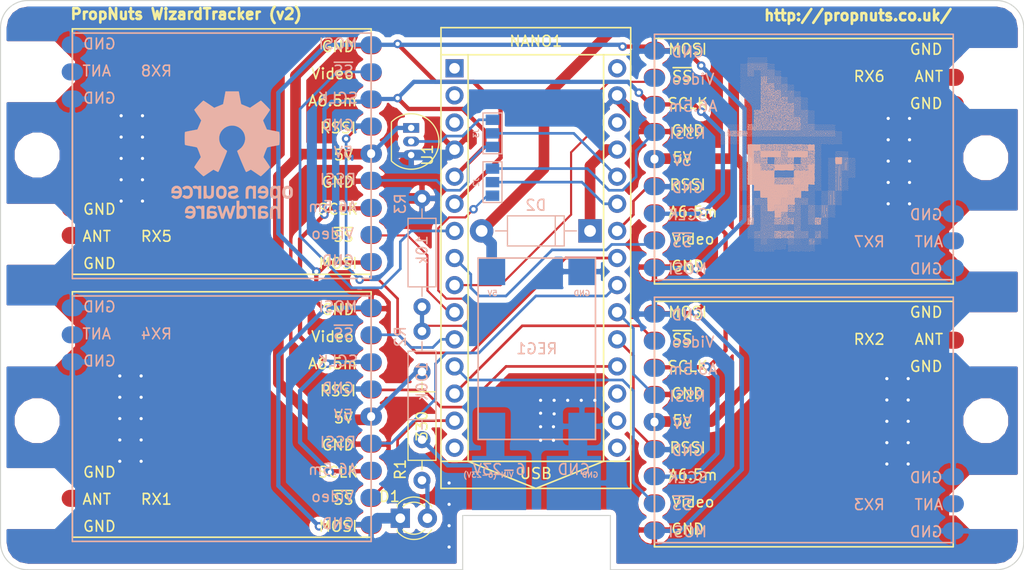
<source format=kicad_pcb>
(kicad_pcb (version 4) (host pcbnew 4.0.6)
  (layers (0 F.Cu signal hide) (31 B.Cu signal hide) (34 B.Paste user) (35 F.Paste user) (36 B.SilkS user) (37 F.SilkS user) (38 B.Mask user) (39 F.Mask user) (44 Edge.Cuts user))
  (net 0 "")
  (net 1 GND)
  (net 2 +5V)
  (net 3 "Net-(J2-Pad2)")
  (net 4 /MOSI)
  (net 5 /~SS1)
  (net 6 /SCLK)
  (net 7 /RSSI1)
  (net 8 "Net-(J3-Pad2)")
  (net 9 /RSSI2)
  (net 10 /~SS2)
  (net 11 /RSSI3)
  (net 12 /~SS3)
  (net 13 /~SS4)
  (net 14 /RSSI4)
  (net 15 "Net-(D1-Pad2)")
  (net 16 "Net-(D2-Pad1)")
  (net 17 /RSSI7)
  (net 18 /BATTDIV)
  (net 19 /RSSI8)
  (net 20 /TEMP)
  (net 21 "Net-(NANO1-Pad1)")
  (net 22 "Net-(NANO1-Pad2)")
  (net 23 "Net-(NANO1-Pad3)")
  (net 24 /~SS5)
  (net 25 /~SS6)
  (net 26 /~SS7)
  (net 27 /~SS8)
  (net 28 "Net-(NANO1-Pad15)")
  (net 29 "Net-(NANO1-Pad16)")
  (net 30 "Net-(NANO1-Pad18)")
  (net 31 /RSSI6)
  (net 32 /RSSI5)
  (net 33 "Net-(NANO1-Pad28)")
  (net 34 "Net-(NANO1-Pad29)")
  (net 35 "Net-(NANO1-Pad30)")
  (net 36 +BATT)
  (net 37 "Net-(RX1-Pad11)")
  (net 38 "Net-(RX1-Pad3)")
  (net 39 "Net-(RX1-Pad2)")
  (net 40 "Net-(RX2-Pad11)")
  (net 41 "Net-(RX2-Pad3)")
  (net 42 "Net-(RX2-Pad2)")
  (net 43 "Net-(RX3-Pad11)")
  (net 44 "Net-(RX3-Pad3)")
  (net 45 "Net-(RX3-Pad2)")
  (net 46 "Net-(RX4-Pad11)")
  (net 47 "Net-(RX4-Pad3)")
  (net 48 "Net-(RX4-Pad2)")
  (net 49 "Net-(RX5-Pad11)")
  (net 50 "Net-(RX5-Pad3)")
  (net 51 "Net-(RX5-Pad2)")
  (net 52 "Net-(RX6-Pad11)")
  (net 53 "Net-(RX6-Pad3)")
  (net 54 "Net-(RX6-Pad2)")
  (net 55 "Net-(RX7-Pad11)")
  (net 56 "Net-(RX7-Pad3)")
  (net 57 "Net-(RX7-Pad2)")
  (net 58 "Net-(RX8-Pad11)")
  (net 59 "Net-(RX8-Pad3)")
  (net 60 "Net-(RX8-Pad2)")
  (net 61 "Net-(RX8-Pad1)")
  (module RX5808:VIA_STITCH (layer F.Cu) (at 156.972 122.682)
    (fp_text reference REF** hide)
    (fp_text value VIA_STITCH hide)
    (pad "" thru_hole circle (at 0 0) (size 0.6 0.6) (drill 0.3) (layers *.Cu) (net 1 GND))
  )
  (module RX5808:VIA_STITCH (layer F.Cu) (at 156.972 128.682)
    (fp_text reference REF** hide)
    (fp_text value VIA_STITCH hide)
    (pad "" thru_hole circle (at 0 0) (size 0.6 0.6) (drill 0.3) (layers *.Cu) (net 1 GND))
  )
  (module RX5808:VIA_STITCH (layer F.Cu) (at 156.972 126.682)
    (fp_text reference REF** hide)
    (fp_text value VIA_STITCH hide)
    (pad "" thru_hole circle (at 0 0) (size 0.6 0.6) (drill 0.3) (layers *.Cu) (net 1 GND))
  )
  (module RX5808:VIA_STITCH (layer F.Cu) (at 156.972 124.682)
    (fp_text reference REF** hide)
    (fp_text value VIA_STITCH hide)
    (pad "" thru_hole circle (at 0 0) (size 0.6 0.6) (drill 0.3) (layers *.Cu) (net 1 GND))
  )
  (module RX5808:VIA_STITCH (layer F.Cu) (at 166.751 118.6815)
    (fp_text reference REF** hide)
    (fp_text value VIA_STITCH hide)
    (pad "" thru_hole circle (at 0 0) (size 0.6 0.6) (drill 0.3) (layers *.Cu) (net 1 GND))
  )
  (module RX5808:VIA_STITCH (layer F.Cu) (at 166.751 117.4115)
    (fp_text reference REF** hide)
    (fp_text value VIA_STITCH hide)
    (pad "" thru_hole circle (at 0 0) (size 0.6 0.6) (drill 0.3) (layers *.Cu) (net 1 GND))
  )
  (module RX5808:VIA_STITCH (layer F.Cu) (at 166.8145 116.205)
    (fp_text reference REF** hide)
    (fp_text value VIA_STITCH hide)
    (pad "" thru_hole circle (at 0 0) (size 0.6 0.6) (drill 0.3) (layers *.Cu) (net 1 GND))
  )
  (module RX5808:VIA_STITCH (layer F.Cu) (at 170.6245 114.935)
    (fp_text reference REF** hide)
    (fp_text value VIA_STITCH hide)
    (pad "" thru_hole circle (at 0 0) (size 0.6 0.6) (drill 0.3) (layers *.Cu) (net 1 GND))
  )
  (module RX5808:VIA_STITCH (layer F.Cu) (at 169.3545 114.935)
    (fp_text reference REF** hide)
    (fp_text value VIA_STITCH hide)
    (pad "" thru_hole circle (at 0 0) (size 0.6 0.6) (drill 0.3) (layers *.Cu) (net 1 GND))
  )
  (module RX5808:VIA_STITCH (layer F.Cu) (at 168.0845 114.935)
    (fp_text reference REF** hide)
    (fp_text value VIA_STITCH hide)
    (pad "" thru_hole circle (at 0 0) (size 0.6 0.6) (drill 0.3) (layers *.Cu) (net 1 GND))
  )
  (module RX5808:VIA_STITCH (layer F.Cu) (at 166.8145 114.935)
    (fp_text reference REF** hide)
    (fp_text value VIA_STITCH hide)
    (pad "" thru_hole circle (at 0 0) (size 0.6 0.6) (drill 0.3) (layers *.Cu) (net 1 GND))
  )
  (module RX5808:VIA_STITCH (layer F.Cu) (at 165.5445 114.935)
    (fp_text reference REF** hide)
    (fp_text value VIA_STITCH hide)
    (pad "" thru_hole circle (at 0 0) (size 0.6 0.6) (drill 0.3) (layers *.Cu) (net 1 GND))
  )
  (module RX5808:VIA_STITCH (layer F.Cu) (at 165.5445 116.1415)
    (fp_text reference REF** hide)
    (fp_text value VIA_STITCH hide)
    (pad "" thru_hole circle (at 0 0) (size 0.6 0.6) (drill 0.3) (layers *.Cu) (net 1 GND))
  )
  (module RX5808:VIA_STITCH (layer F.Cu) (at 165.5445 117.4115)
    (fp_text reference REF** hide)
    (fp_text value VIA_STITCH hide)
    (pad "" thru_hole circle (at 0 0) (size 0.6 0.6) (drill 0.3) (layers *.Cu) (net 1 GND))
  )
  (module RX5808:VIA_STITCH (layer F.Cu) (at 165.5445 118.6815)
    (fp_text reference REF** hide)
    (fp_text value VIA_STITCH hide)
    (pad "" thru_hole circle (at 0 0) (size 0.6 0.6) (drill 0.3) (layers *.Cu) (net 1 GND))
  )
  (module RX5808:VIA_STITCH (layer F.Cu) (at 199.993 120.903)
    (fp_text reference REF** hide)
    (fp_text value VIA_STITCH hide)
    (pad "" thru_hole circle (at 0 0) (size 0.6 0.6) (drill 0.3) (layers *.Cu) (net 1 GND))
  )
  (module RX5808:VIA_STITCH (layer F.Cu) (at 197.993 120.903)
    (fp_text reference REF** hide)
    (fp_text value VIA_STITCH hide)
    (pad "" thru_hole circle (at 0 0) (size 0.6 0.6) (drill 0.3) (layers *.Cu) (net 1 GND))
  )
  (module RX5808:VIA_STITCH (layer F.Cu) (at 199.993 118.903)
    (fp_text reference REF** hide)
    (fp_text value VIA_STITCH hide)
    (pad "" thru_hole circle (at 0 0) (size 0.6 0.6) (drill 0.3) (layers *.Cu) (net 1 GND))
  )
  (module RX5808:VIA_STITCH (layer F.Cu) (at 197.993 118.903)
    (fp_text reference REF** hide)
    (fp_text value VIA_STITCH hide)
    (pad "" thru_hole circle (at 0 0) (size 0.6 0.6) (drill 0.3) (layers *.Cu) (net 1 GND))
  )
  (module RX5808:VIA_STITCH (layer F.Cu) (at 199.993 116.903)
    (fp_text reference REF** hide)
    (fp_text value VIA_STITCH hide)
    (pad "" thru_hole circle (at 0 0) (size 0.6 0.6) (drill 0.3) (layers *.Cu) (net 1 GND))
  )
  (module RX5808:VIA_STITCH (layer F.Cu) (at 197.993 116.903)
    (fp_text reference REF** hide)
    (fp_text value VIA_STITCH hide)
    (pad "" thru_hole circle (at 0 0) (size 0.6 0.6) (drill 0.3) (layers *.Cu) (net 1 GND))
  )
  (module RX5808:VIA_STITCH (layer F.Cu) (at 199.993 114.903)
    (fp_text reference REF** hide)
    (fp_text value VIA_STITCH hide)
    (pad "" thru_hole circle (at 0 0) (size 0.6 0.6) (drill 0.3) (layers *.Cu) (net 1 GND))
  )
  (module RX5808:VIA_STITCH (layer F.Cu) (at 197.993 114.903)
    (fp_text reference REF** hide)
    (fp_text value VIA_STITCH hide)
    (pad "" thru_hole circle (at 0 0) (size 0.6 0.6) (drill 0.3) (layers *.Cu) (net 1 GND))
  )
  (module RX5808:VIA_STITCH (layer F.Cu) (at 199.993 112.903)
    (fp_text reference REF** hide)
    (fp_text value VIA_STITCH hide)
    (pad "" thru_hole circle (at 0 0) (size 0.6 0.6) (drill 0.3) (layers *.Cu) (net 1 GND))
  )
  (module RX5808:VIA_STITCH (layer F.Cu) (at 197.993 112.903)
    (fp_text reference REF** hide)
    (fp_text value VIA_STITCH hide)
    (pad "" thru_hole circle (at 0 0) (size 0.6 0.6) (drill 0.3) (layers *.Cu) (net 1 GND))
  )
  (module RX5808:VIA_STITCH (layer F.Cu) (at 198.12 96.519)
    (fp_text reference REF** hide)
    (fp_text value VIA_STITCH hide)
    (pad "" thru_hole circle (at 0 0) (size 0.6 0.6) (drill 0.3) (layers *.Cu) (net 1 GND))
  )
  (module RX5808:VIA_STITCH (layer F.Cu) (at 200.12 96.519)
    (fp_text reference REF** hide)
    (fp_text value VIA_STITCH hide)
    (pad "" thru_hole circle (at 0 0) (size 0.6 0.6) (drill 0.3) (layers *.Cu) (net 1 GND))
  )
  (module RX5808:VIA_STITCH (layer F.Cu) (at 200.12 94.519)
    (fp_text reference REF** hide)
    (fp_text value VIA_STITCH hide)
    (pad "" thru_hole circle (at 0 0) (size 0.6 0.6) (drill 0.3) (layers *.Cu) (net 1 GND))
  )
  (module RX5808:VIA_STITCH (layer F.Cu) (at 198.12 94.519)
    (fp_text reference REF** hide)
    (fp_text value VIA_STITCH hide)
    (pad "" thru_hole circle (at 0 0) (size 0.6 0.6) (drill 0.3) (layers *.Cu) (net 1 GND))
  )
  (module RX5808:VIA_STITCH (layer F.Cu) (at 200.12 92.519)
    (fp_text reference REF** hide)
    (fp_text value VIA_STITCH hide)
    (pad "" thru_hole circle (at 0 0) (size 0.6 0.6) (drill 0.3) (layers *.Cu) (net 1 GND))
  )
  (module RX5808:VIA_STITCH (layer F.Cu) (at 198.12 92.519)
    (fp_text reference REF** hide)
    (fp_text value VIA_STITCH hide)
    (pad "" thru_hole circle (at 0 0) (size 0.6 0.6) (drill 0.3) (layers *.Cu) (net 1 GND))
  )
  (module RX5808:VIA_STITCH (layer F.Cu) (at 200.12 90.519)
    (fp_text reference REF** hide)
    (fp_text value VIA_STITCH hide)
    (pad "" thru_hole circle (at 0 0) (size 0.6 0.6) (drill 0.3) (layers *.Cu) (net 1 GND))
  )
  (module RX5808:VIA_STITCH (layer F.Cu) (at 198.12 90.519)
    (fp_text reference REF** hide)
    (fp_text value VIA_STITCH hide)
    (pad "" thru_hole circle (at 0 0) (size 0.6 0.6) (drill 0.3) (layers *.Cu) (net 1 GND))
  )
  (module RX5808:VIA_STITCH (layer F.Cu) (at 200.12 88.519)
    (fp_text reference REF** hide)
    (fp_text value VIA_STITCH hide)
    (pad "" thru_hole circle (at 0 0) (size 0.6 0.6) (drill 0.3) (layers *.Cu) (net 1 GND))
  )
  (module RX5808:VIA_STITCH (layer F.Cu) (at 198.12 88.519)
    (fp_text reference REF** hide)
    (fp_text value VIA_STITCH hide)
    (pad "" thru_hole circle (at 0 0) (size 0.6 0.6) (drill 0.3) (layers *.Cu) (net 1 GND))
  )
  (module RX5808:VIA_STITCH (layer F.Cu) (at 128.238 96.265)
    (fp_text reference REF** hide)
    (fp_text value VIA_STITCH hide)
    (pad "" thru_hole circle (at 0 0) (size 0.6 0.6) (drill 0.3) (layers *.Cu) (net 1 GND))
  )
  (module RX5808:VIA_STITCH (layer F.Cu) (at 126.238 96.265)
    (fp_text reference REF** hide)
    (fp_text value VIA_STITCH hide)
    (pad "" thru_hole circle (at 0 0) (size 0.6 0.6) (drill 0.3) (layers *.Cu) (net 1 GND))
  )
  (module RX5808:VIA_STITCH (layer F.Cu) (at 128.238 94.265)
    (fp_text reference REF** hide)
    (fp_text value VIA_STITCH hide)
    (pad "" thru_hole circle (at 0 0) (size 0.6 0.6) (drill 0.3) (layers *.Cu) (net 1 GND))
  )
  (module RX5808:VIA_STITCH (layer F.Cu) (at 126.238 94.265)
    (fp_text reference REF** hide)
    (fp_text value VIA_STITCH hide)
    (pad "" thru_hole circle (at 0 0) (size 0.6 0.6) (drill 0.3) (layers *.Cu) (net 1 GND))
  )
  (module RX5808:VIA_STITCH (layer F.Cu) (at 128.238 92.265)
    (fp_text reference REF** hide)
    (fp_text value VIA_STITCH hide)
    (pad "" thru_hole circle (at 0 0) (size 0.6 0.6) (drill 0.3) (layers *.Cu) (net 1 GND))
  )
  (module RX5808:VIA_STITCH (layer F.Cu) (at 126.238 92.265)
    (fp_text reference REF** hide)
    (fp_text value VIA_STITCH hide)
    (pad "" thru_hole circle (at 0 0) (size 0.6 0.6) (drill 0.3) (layers *.Cu) (net 1 GND))
  )
  (module RX5808:VIA_STITCH (layer F.Cu) (at 128.238 90.265)
    (fp_text reference REF** hide)
    (fp_text value VIA_STITCH hide)
    (pad "" thru_hole circle (at 0 0) (size 0.6 0.6) (drill 0.3) (layers *.Cu) (net 1 GND))
  )
  (module RX5808:VIA_STITCH (layer F.Cu) (at 126.238 90.265)
    (fp_text reference REF** hide)
    (fp_text value VIA_STITCH hide)
    (pad "" thru_hole circle (at 0 0) (size 0.6 0.6) (drill 0.3) (layers *.Cu) (net 1 GND))
  )
  (module RX5808:VIA_STITCH (layer F.Cu) (at 128.238 88.265)
    (fp_text reference REF** hide)
    (fp_text value VIA_STITCH hide)
    (pad "" thru_hole circle (at 0 0) (size 0.6 0.6) (drill 0.3) (layers *.Cu) (net 1 GND))
  )
  (module RX5808:VIA_STITCH (layer F.Cu) (at 126.238 88.265)
    (fp_text reference REF** hide)
    (fp_text value VIA_STITCH hide)
    (pad "" thru_hole circle (at 0 0) (size 0.6 0.6) (drill 0.3) (layers *.Cu) (net 1 GND))
  )
  (module RX5808:VIA_STITCH (layer F.Cu) (at 128.111 120.649)
    (fp_text reference REF** hide)
    (fp_text value VIA_STITCH hide)
    (pad "" thru_hole circle (at 0 0) (size 0.6 0.6) (drill 0.3) (layers *.Cu) (net 1 GND))
  )
  (module RX5808:VIA_STITCH (layer F.Cu) (at 128.111 118.649)
    (fp_text reference REF** hide)
    (fp_text value VIA_STITCH hide)
    (pad "" thru_hole circle (at 0 0) (size 0.6 0.6) (drill 0.3) (layers *.Cu) (net 1 GND))
  )
  (module RX5808:VIA_STITCH (layer F.Cu) (at 128.111 116.649)
    (fp_text reference REF** hide)
    (fp_text value VIA_STITCH hide)
    (pad "" thru_hole circle (at 0 0) (size 0.6 0.6) (drill 0.3) (layers *.Cu) (net 1 GND))
  )
  (module RX5808:VIA_STITCH (layer F.Cu) (at 128.111 114.649)
    (fp_text reference REF** hide)
    (fp_text value VIA_STITCH hide)
    (pad "" thru_hole circle (at 0 0) (size 0.6 0.6) (drill 0.3) (layers *.Cu) (net 1 GND))
  )
  (module RX5808:VIA_STITCH (layer F.Cu) (at 128.111 112.649)
    (fp_text reference REF** hide)
    (fp_text value VIA_STITCH hide)
    (pad "" thru_hole circle (at 0 0) (size 0.6 0.6) (drill 0.3) (layers *.Cu) (net 1 GND))
  )
  (module RX5808:VIA_STITCH (layer F.Cu) (at 126.111 120.649)
    (fp_text reference REF** hide)
    (fp_text value VIA_STITCH hide)
    (pad "" thru_hole circle (at 0 0) (size 0.6 0.6) (drill 0.3) (layers *.Cu) (net 1 GND))
  )
  (module RX5808:VIA_STITCH (layer F.Cu) (at 126.111 118.649)
    (fp_text reference REF** hide)
    (fp_text value VIA_STITCH hide)
    (pad "" thru_hole circle (at 0 0) (size 0.6 0.6) (drill 0.3) (layers *.Cu) (net 1 GND))
  )
  (module RX5808:VIA_STITCH (layer F.Cu) (at 126.111 116.649)
    (fp_text reference REF** hide)
    (fp_text value VIA_STITCH hide)
    (pad "" thru_hole circle (at 0 0) (size 0.6 0.6) (drill 0.3) (layers *.Cu) (net 1 GND))
  )
  (module RX5808:VIA_STITCH (layer F.Cu) (at 126.111 114.649)
    (fp_text reference REF** hide)
    (fp_text value VIA_STITCH hide)
    (pad "" thru_hole circle (at 0 0) (size 0.6 0.6) (drill 0.3) (layers *.Cu) (net 1 GND))
  )
  (module RX5808:RX5808 (layer F.Cu) (at 121.666 127.762)
    (fp_text reference RX1 (at 7.874 -3.556) (layer F.SilkS))
    (fp_text value RX5808)
    (fp_text user GND (at 24.892 -21.336) (layer F.SilkS))
    (fp_text user Video (at 24.384 -18.796) (layer F.SilkS))
    (fp_text user A6.5m (at 24.384 -16.256) (layer F.SilkS))
    (fp_text user RSSI (at 24.892 -13.716) (layer F.SilkS))
    (fp_text user 5V (at 25.4 -11.176) (layer F.SilkS))
    (fp_text user GND (at 24.892 -8.636) (layer F.SilkS))
    (fp_text user SCLK (at 24.892 -6.096) (layer F.SilkS))
    (fp_text user MOSI (at 24.892 -1.016) (layer F.SilkS))
    (fp_text user ~SS (at 25.4 -3.556) (layer F.SilkS))
    (fp_text user ANT (at 2.286 -3.556) (layer F.SilkS))
    (fp_text user GND (at 2.54 -1.016) (layer F.SilkS))
    (fp_text user GND (at 2.54 -6.096) (layer F.SilkS))
    (pad 9 smd oval (at 28 -1.1) (size 2 1.6) (layers F.Cu F.Paste F.Mask) (net 4 /MOSI))
    (pad 10 smd oval (at 0 -6.18) (size 2 1.6) (layers F.Cu F.Paste F.Mask) (net 1 GND))
    (pad 11 smd oval (at 0 -3.64) (size 2 1.6) (layers F.Cu F.Paste F.Mask) (net 37 "Net-(RX1-Pad11)"))
    (pad 12 smd oval (at 0 -1.1) (size 2 1.6) (layers F.Cu F.Paste F.Mask) (net 1 GND))
    (pad 8 smd oval (at 28 -3.64) (size 2 1.6) (layers F.Cu F.Paste F.Mask) (net 5 /~SS1))
    (pad 7 smd oval (at 28 -6.18) (size 2 1.6) (layers F.Cu F.Paste F.Mask) (net 6 /SCLK))
    (pad 6 smd oval (at 28 -8.72) (size 2 1.6) (layers F.Cu F.Paste F.Mask) (net 1 GND))
    (pad 5 thru_hole oval (at 28 -11.26) (size 2 1.6) (drill oval 0.75) (layers *.Cu *.Mask) (net 2 +5V))
    (pad 4 smd oval (at 28 -13.8) (size 2 1.6) (layers F.Cu F.Paste F.Mask) (net 7 /RSSI1))
    (pad 3 smd oval (at 28 -16.34) (size 2 1.6) (layers F.Cu F.Paste F.Mask) (net 38 "Net-(RX1-Pad3)"))
    (pad 2 smd oval (at 28 -18.88) (size 2 1.6) (layers F.Cu F.Paste F.Mask) (net 39 "Net-(RX1-Pad2)"))
    (pad 1 smd oval (at 28 -21.42) (size 2 1.6) (layers F.Cu F.Paste F.Mask) (net 1 GND))
  )
  (module LEDs:LED_D3.0mm (layer F.Cu) (at 152.4 125.984)
    (fp_text reference D1 (at -1.016 -2.032) (layer F.SilkS))
    (fp_text value LED)
    (pad 1 thru_hole rect (at 0 0) (size 1.8 1.8) (drill 0.9) (layers *.Cu *.Mask) (net 1 GND))
    (pad 2 thru_hole circle (at 2.54 0) (size 1.8 1.8) (drill 0.9) (layers *.Cu *.Mask) (net 15 "Net-(D1-Pad2)"))
  )
  (module Diodes_THT:D_DO-41_SOD81_P10.16mm_Horizontal (layer B.Cu) (at 170.18 99.06 180)
    (fp_text reference D2 (at 5.08 2.41 180) (layer B.SilkS) (effects (justify mirror)))
    (fp_text value D_Schottky)
    (pad 1 thru_hole rect (at 0 0 180) (size 2.2 2.2) (drill 1.1) (layers *.Cu *.Mask) (net 16 "Net-(D2-Pad1)"))
    (pad 2 thru_hole oval (at 10.16 0 180) (size 2.2 2.2) (drill 1.1) (layers *.Cu *.Mask) (net 2 +5V))
  )
  (module Connectors:GS3 (layer B.Cu) (at 161.036 94.488 180)
    (fp_text reference J2 (at 1.524 0 270) (layer B.SilkS) (effects (font (size 0.5 0.5) (thickness 0.1)) (justify mirror)))
    (fp_text value GS3)
    (pad 1 smd rect (at 0 1.27 180) (size 1.27 0.97) (layers B.Cu B.Paste B.Mask) (net 17 /RSSI7))
    (pad 2 smd rect (at 0 0 180) (size 1.27 0.97) (layers B.Cu B.Paste B.Mask) (net 3 "Net-(J2-Pad2)"))
    (pad 3 smd rect (at 0 -1.27 180) (size 1.27 0.97) (layers B.Cu B.Paste B.Mask) (net 18 /BATTDIV))
  )
  (module Connectors:GS3 (layer B.Cu) (at 161.036 89.916)
    (fp_text reference J3 (at -1.524 0 90) (layer B.SilkS) (effects (font (size 0.5 0.5) (thickness 0.1)) (justify mirror)))
    (fp_text value GS3)
    (pad 1 smd rect (at 0 1.27) (size 1.27 0.97) (layers B.Cu B.Paste B.Mask) (net 19 /RSSI8))
    (pad 2 smd rect (at 0 0) (size 1.27 0.97) (layers B.Cu B.Paste B.Mask) (net 8 "Net-(J3-Pad2)"))
    (pad 3 smd rect (at 0 -1.27) (size 1.27 0.97) (layers B.Cu B.Paste B.Mask) (net 20 /TEMP))
  )
  (module Resistors_THT:R_Axial_DIN0207_L6.3mm_D2.5mm_P10.16mm_Horizontal (layer F.Cu) (at 154.432 112.268 270)
    (fp_text reference R1 (at 9.144 2.032 270) (layer F.SilkS))
    (fp_text value 330 (at 5.08 0 270) (layer F.SilkS))
    (pad 1 thru_hole circle (at 0 0 270) (size 1.6 1.6) (drill 0.8) (layers *.Cu *.Mask) (net 2 +5V))
    (pad 2 thru_hole oval (at 10.16 0 270) (size 1.6 1.6) (drill 0.8) (layers *.Cu *.Mask) (net 15 "Net-(D1-Pad2)"))
  )
  (module Resistors_THT:R_Axial_DIN0207_L6.3mm_D2.5mm_P10.16mm_Horizontal (layer B.Cu) (at 154.432 118.618 90)
    (fp_text reference R2 (at 9.652 -2.032 90) (layer B.SilkS) (effects (justify mirror)))
    (fp_text value 100k (at 5.461 0 90) (layer B.SilkS) (effects (justify mirror)))
    (pad 1 thru_hole circle (at 0 0 90) (size 1.6 1.6) (drill 0.8) (layers *.Cu *.Mask) (net 36 +BATT))
    (pad 2 thru_hole oval (at 10.16 0 90) (size 1.6 1.6) (drill 0.8) (layers *.Cu *.Mask) (net 18 /BATTDIV))
  )
  (module Resistors_THT:R_Axial_DIN0207_L6.3mm_D2.5mm_P10.16mm_Horizontal (layer B.Cu) (at 154.432 106.172 90)
    (fp_text reference R3 (at 9.652 -2.032 90) (layer B.SilkS) (effects (justify mirror)))
    (fp_text value 10k (at 5.334 0 90) (layer B.SilkS) (effects (justify mirror)))
    (pad 1 thru_hole circle (at 0 0 90) (size 1.6 1.6) (drill 0.8) (layers *.Cu *.Mask) (net 18 /BATTDIV))
    (pad 2 thru_hole oval (at 10.16 0 90) (size 1.6 1.6) (drill 0.8) (layers *.Cu *.Mask) (net 1 GND))
  )
  (module RX5808:5VBEC (layer B.Cu) (at 170.688 101.6 180)
    (fp_text reference REG1 (at 5.5 -8.5 180) (layer B.SilkS) (effects (justify mirror)))
    (fp_text value 5VRegulator)
    (fp_text user GND (at 1.27 -3.302 180) (layer B.SilkS) (effects (font (size 0.5 0.5) (thickness 0.1)) (justify mirror)))
    (fp_text user 5V (at 9.652 -3.302 180) (layer B.SilkS) (effects (font (size 0.5 0.5) (thickness 0.1)) (justify mirror)))
    (fp_text user "VIN (6-23V)" (at 10.033 -20.32 360) (layer B.SilkS) (effects (font (size 0.5 0.5) (thickness 0.1)) (justify mirror)))
    (fp_text user GND (at 0.508 -20.32 360) (layer B.SilkS) (effects (font (size 0.5 0.5) (thickness 0.1)) (justify mirror)))
    (pad 4 smd rect (at 1.27 -1.27 180) (size 2.54 2.54) (layers B.Cu B.Paste B.Mask) (net 1 GND))
    (pad 3 smd rect (at 9.73 -1.27 180) (size 2.54 2.54) (layers B.Cu B.Paste B.Mask) (net 2 +5V))
    (pad 2 smd rect (at 1.27 -15.77 180) (size 2.54 2.54) (layers B.Cu B.Paste B.Mask) (net 1 GND))
    (pad 1 smd rect (at 9.73 -15.77 180) (size 2.54 2.54) (layers B.Cu B.Paste B.Mask) (net 36 +BATT))
  )
  (module TO_SOT_Packages_THT:TO-92_Inline_Narrow_Oval (layer F.Cu) (at 153.416 89.408 270)
    (fp_text reference U1 (at 2.54 -1.524 270) (layer F.SilkS))
    (fp_text value LM35-LP)
    (pad 2 thru_hole oval (at 1.27 0 90) (size 0.9 1.5) (drill 0.6) (layers *.Cu *.Mask) (net 20 /TEMP))
    (pad 3 thru_hole oval (at 2.54 0 90) (size 0.9 1.5) (drill 0.6) (layers *.Cu *.Mask) (net 1 GND))
    (pad 1 thru_hole rect (at 0 0 90) (size 0.9 1.5) (drill 0.6) (layers *.Cu *.Mask) (net 2 +5V))
  )
  (module RX5808:ArduinoNano (layer F.Cu) (at 156.21 80.01)
    (fp_text reference NANO1 (at 8.89 1.27) (layer F.SilkS))
    (fp_text value ArduinoNano)
    (fp_text user USB (at 8.89 41.783) (layer F.SilkS))
    (pad 1 thru_hole rect (at 1.27 3.81) (size 1.7 1.7) (drill 1) (layers *.Cu *.Mask) (net 21 "Net-(NANO1-Pad1)"))
    (pad 2 thru_hole circle (at 1.27 6.35) (size 1.7 1.7) (drill 1) (layers *.Cu *.Mask) (net 22 "Net-(NANO1-Pad2)"))
    (pad 3 thru_hole circle (at 1.27 8.89) (size 1.7 1.7) (drill 1) (layers *.Cu *.Mask) (net 23 "Net-(NANO1-Pad3)"))
    (pad 4 thru_hole circle (at 1.27 11.43) (size 1.7 1.7) (drill 1) (layers *.Cu *.Mask) (net 1 GND))
    (pad 5 thru_hole circle (at 1.27 13.97) (size 1.7 1.7) (drill 1) (layers *.Cu *.Mask) (net 6 /SCLK))
    (pad 6 thru_hole circle (at 1.27 16.51) (size 1.7 1.7) (drill 1) (layers *.Cu *.Mask) (net 4 /MOSI))
    (pad 7 thru_hole circle (at 1.27 19.05) (size 1.7 1.7) (drill 1) (layers *.Cu *.Mask) (net 27 /~SS8))
    (pad 8 thru_hole circle (at 1.27 21.59) (size 1.7 1.7) (drill 1) (layers *.Cu *.Mask) (net 26 /~SS7))
    (pad 9 thru_hole circle (at 1.27 24.13) (size 1.7 1.7) (drill 1) (layers *.Cu *.Mask) (net 25 /~SS6))
    (pad 10 thru_hole circle (at 1.27 26.67) (size 1.7 1.7) (drill 1) (layers *.Cu *.Mask) (net 24 /~SS5))
    (pad 11 thru_hole circle (at 1.27 29.21) (size 1.7 1.7) (drill 1) (layers *.Cu *.Mask) (net 13 /~SS4))
    (pad 12 thru_hole circle (at 1.27 31.75) (size 1.7 1.7) (drill 1) (layers *.Cu *.Mask) (net 12 /~SS3))
    (pad 13 thru_hole circle (at 1.27 34.29) (size 1.7 1.7) (drill 1) (layers *.Cu *.Mask) (net 10 /~SS2))
    (pad 14 thru_hole circle (at 1.27 36.83) (size 1.7 1.7) (drill 1) (layers *.Cu *.Mask) (net 5 /~SS1))
    (pad 15 thru_hole circle (at 1.27 39.37) (size 1.7 1.7) (drill 1) (layers *.Cu *.Mask) (net 28 "Net-(NANO1-Pad15)"))
    (pad 16 thru_hole circle (at 16.51 3.81) (size 1.7 1.7) (drill 1) (layers *.Cu *.Mask) (net 29 "Net-(NANO1-Pad16)"))
    (pad 17 thru_hole circle (at 16.51 6.35) (size 1.7 1.7) (drill 1) (layers *.Cu *.Mask) (net 1 GND))
    (pad 18 thru_hole circle (at 16.51 8.89) (size 1.7 1.7) (drill 1) (layers *.Cu *.Mask) (net 30 "Net-(NANO1-Pad18)"))
    (pad 19 thru_hole circle (at 16.51 11.43) (size 1.7 1.7) (drill 1) (layers *.Cu *.Mask) (net 16 "Net-(D2-Pad1)"))
    (pad 20 thru_hole circle (at 16.51 13.97) (size 1.7 1.7) (drill 1) (layers *.Cu *.Mask) (net 8 "Net-(J3-Pad2)"))
    (pad 21 thru_hole circle (at 16.51 16.51) (size 1.7 1.7) (drill 1) (layers *.Cu *.Mask) (net 3 "Net-(J2-Pad2)"))
    (pad 22 thru_hole circle (at 16.51 19.05) (size 1.7 1.7) (drill 1) (layers *.Cu *.Mask) (net 31 /RSSI6))
    (pad 23 thru_hole circle (at 16.51 21.59) (size 1.7 1.7) (drill 1) (layers *.Cu *.Mask) (net 32 /RSSI5))
    (pad 24 thru_hole circle (at 16.51 24.13) (size 1.7 1.7) (drill 1) (layers *.Cu *.Mask) (net 14 /RSSI4))
    (pad 25 thru_hole circle (at 16.51 26.67) (size 1.7 1.7) (drill 1) (layers *.Cu *.Mask) (net 11 /RSSI3))
    (pad 26 thru_hole circle (at 16.51 29.21) (size 1.7 1.7) (drill 1) (layers *.Cu *.Mask) (net 9 /RSSI2))
    (pad 27 thru_hole circle (at 16.51 31.75) (size 1.7 1.7) (drill 1) (layers *.Cu *.Mask) (net 7 /RSSI1))
    (pad 28 thru_hole circle (at 16.51 34.29) (size 1.7 1.7) (drill 1) (layers *.Cu *.Mask) (net 33 "Net-(NANO1-Pad28)"))
    (pad 29 thru_hole circle (at 16.51 36.83) (size 1.7 1.7) (drill 1) (layers *.Cu *.Mask) (net 34 "Net-(NANO1-Pad29)"))
    (pad 30 thru_hole circle (at 16.51 39.37) (size 1.7 1.7) (drill 1) (layers *.Cu *.Mask) (net 35 "Net-(NANO1-Pad30)"))
  )
  (module RX5808:XT60_5V (layer B.Cu) (at 171.196 125.222 180)
    (fp_text reference J1 hide)
    (fp_text value CONN_01X02)
    (fp_text user GND (at 2.54 3.81 180) (layer B.SilkS) (effects (justify mirror)))
    (fp_text user 6-23V (at 9.525 3.81 180) (layer B.SilkS) (effects (justify mirror)))
    (pad 2 smd rect (at 9.54 2.54 180) (size 5.08 5.08) (layers B.Cu B.Paste B.Mask) (net 36 +BATT))
    (pad 1 smd rect (at 2.54 2.54 180) (size 5.08 5.08) (layers B.Cu B.Paste B.Mask) (net 1 GND))
  )
  (module Mounting_Holes:MountingHole_3.2mm_M3 (layer F.Cu) (at 118.364 91.948)
    (fp_text reference "" (at 0 -4.2) (layer F.SilkS))
    (fp_text value "")
    (pad 1 np_thru_hole circle (at 0 0) (size 3.2 3.2) (drill 3.2) (layers *.Cu *.Mask))
  )
  (module Mounting_Holes:MountingHole_3.2mm_M3 (layer F.Cu) (at 118.364 116.84)
    (fp_text reference "" (at 0 -4.2) (layer F.SilkS))
    (fp_text value "")
    (pad 1 np_thru_hole circle (at 0 0) (size 3.2 3.2) (drill 3.2) (layers *.Cu *.Mask))
  )
  (module Mounting_Holes:MountingHole_3.2mm_M3 (layer F.Cu) (at 207.264 116.84)
    (fp_text reference "" (at 0 -4.2) (layer F.SilkS))
    (fp_text value "")
    (pad 1 np_thru_hole circle (at 0 0) (size 3.2 3.2) (drill 3.2) (layers *.Cu *.Mask))
  )
  (module Mounting_Holes:MountingHole_3.2mm_M3 (layer F.Cu) (at 207.264 92.202)
    (fp_text reference "" (at 0 -4.2) (layer F.SilkS))
    (fp_text value "")
    (pad 1 np_thru_hole circle (at 0 0) (size 3.2 3.2) (drill 3.2) (layers *.Cu *.Mask))
  )
  (module RX5808:RX5808 (layer F.Cu) (at 204.216 81.026 180)
    (fp_text reference RX6 (at 7.874 -3.556 180) (layer F.SilkS))
    (fp_text value RX5808)
    (fp_text user GND (at 24.892 -21.336 180) (layer F.SilkS))
    (fp_text user Video (at 24.384 -18.796 180) (layer F.SilkS))
    (fp_text user A6.5m (at 24.384 -16.256 180) (layer F.SilkS))
    (fp_text user RSSI (at 24.892 -13.716 180) (layer F.SilkS))
    (fp_text user 5V (at 25.4 -11.176 180) (layer F.SilkS))
    (fp_text user GND (at 24.892 -8.636 180) (layer F.SilkS))
    (fp_text user SCLK (at 24.892 -6.096 180) (layer F.SilkS))
    (fp_text user MOSI (at 24.892 -1.016 180) (layer F.SilkS))
    (fp_text user ~SS (at 25.4 -3.556 180) (layer F.SilkS))
    (fp_text user ANT (at 2.286 -3.556 180) (layer F.SilkS))
    (fp_text user GND (at 2.54 -1.016 180) (layer F.SilkS))
    (fp_text user GND (at 2.54 -6.096 180) (layer F.SilkS))
    (pad 9 smd oval (at 28 -1.1 180) (size 2 1.6) (layers F.Cu F.Paste F.Mask) (net 4 /MOSI))
    (pad 10 smd oval (at 0 -6.18 180) (size 2 1.6) (layers F.Cu F.Paste F.Mask) (net 1 GND))
    (pad 11 smd oval (at 0 -3.64 180) (size 2 1.6) (layers F.Cu F.Paste F.Mask) (net 52 "Net-(RX6-Pad11)"))
    (pad 12 smd oval (at 0 -1.1 180) (size 2 1.6) (layers F.Cu F.Paste F.Mask) (net 1 GND))
    (pad 8 smd oval (at 28 -3.64 180) (size 2 1.6) (layers F.Cu F.Paste F.Mask) (net 25 /~SS6))
    (pad 7 smd oval (at 28 -6.18 180) (size 2 1.6) (layers F.Cu F.Paste F.Mask) (net 6 /SCLK))
    (pad 6 smd oval (at 28 -8.72 180) (size 2 1.6) (layers F.Cu F.Paste F.Mask) (net 1 GND))
    (pad 5 thru_hole oval (at 28 -11.26 180) (size 2 1.6) (drill oval 0.75) (layers *.Cu *.Mask) (net 2 +5V))
    (pad 4 smd oval (at 28 -13.8 180) (size 2 1.6) (layers F.Cu F.Paste F.Mask) (net 31 /RSSI6))
    (pad 3 smd oval (at 28 -16.34 180) (size 2 1.6) (layers F.Cu F.Paste F.Mask) (net 53 "Net-(RX6-Pad3)"))
    (pad 2 smd oval (at 28 -18.88 180) (size 2 1.6) (layers F.Cu F.Paste F.Mask) (net 54 "Net-(RX6-Pad2)"))
    (pad 1 smd oval (at 28 -21.42 180) (size 2 1.6) (layers F.Cu F.Paste F.Mask) (net 1 GND))
  )
  (module RX5808:RX5808 (layer F.Cu) (at 204.216 105.664 180)
    (fp_text reference RX2 (at 7.874 -3.556 180) (layer F.SilkS))
    (fp_text value RX5808)
    (fp_text user GND (at 24.892 -21.336 180) (layer F.SilkS))
    (fp_text user Video (at 24.384 -18.796 180) (layer F.SilkS))
    (fp_text user A6.5m (at 24.384 -16.256 180) (layer F.SilkS))
    (fp_text user RSSI (at 24.892 -13.716 180) (layer F.SilkS))
    (fp_text user 5V (at 25.4 -11.176 180) (layer F.SilkS))
    (fp_text user GND (at 24.892 -8.636 180) (layer F.SilkS))
    (fp_text user SCLK (at 24.892 -6.096 180) (layer F.SilkS))
    (fp_text user MOSI (at 24.892 -1.016 180) (layer F.SilkS))
    (fp_text user ~SS (at 25.4 -3.556 180) (layer F.SilkS))
    (fp_text user ANT (at 2.286 -3.556 180) (layer F.SilkS))
    (fp_text user GND (at 2.54 -1.016 180) (layer F.SilkS))
    (fp_text user GND (at 2.54 -6.096 180) (layer F.SilkS))
    (pad 9 smd oval (at 28 -1.1 180) (size 2 1.6) (layers F.Cu F.Paste F.Mask) (net 4 /MOSI))
    (pad 10 smd oval (at 0 -6.18 180) (size 2 1.6) (layers F.Cu F.Paste F.Mask) (net 1 GND))
    (pad 11 smd oval (at 0 -3.64 180) (size 2 1.6) (layers F.Cu F.Paste F.Mask) (net 40 "Net-(RX2-Pad11)"))
    (pad 12 smd oval (at 0 -1.1 180) (size 2 1.6) (layers F.Cu F.Paste F.Mask) (net 1 GND))
    (pad 8 smd oval (at 28 -3.64 180) (size 2 1.6) (layers F.Cu F.Paste F.Mask) (net 10 /~SS2))
    (pad 7 smd oval (at 28 -6.18 180) (size 2 1.6) (layers F.Cu F.Paste F.Mask) (net 6 /SCLK))
    (pad 6 smd oval (at 28 -8.72 180) (size 2 1.6) (layers F.Cu F.Paste F.Mask) (net 1 GND))
    (pad 5 thru_hole oval (at 28 -11.26 180) (size 2 1.6) (drill oval 0.75) (layers *.Cu *.Mask) (net 2 +5V))
    (pad 4 smd oval (at 28 -13.8 180) (size 2 1.6) (layers F.Cu F.Paste F.Mask) (net 9 /RSSI2))
    (pad 3 smd oval (at 28 -16.34 180) (size 2 1.6) (layers F.Cu F.Paste F.Mask) (net 41 "Net-(RX2-Pad3)"))
    (pad 2 smd oval (at 28 -18.88 180) (size 2 1.6) (layers F.Cu F.Paste F.Mask) (net 42 "Net-(RX2-Pad2)"))
    (pad 1 smd oval (at 28 -21.42 180) (size 2 1.6) (layers F.Cu F.Paste F.Mask) (net 1 GND))
  )
  (module RX5808:RX5808 (layer B.Cu) (at 204.216 128.27 180)
    (fp_text reference RX3 (at 7.874 3.556 180) (layer B.SilkS) (effects (justify mirror)))
    (fp_text value RX5808)
    (fp_text user GND (at 24.892 21.336 180) (layer B.SilkS) (effects (justify mirror)))
    (fp_text user Video (at 24.384 18.796 180) (layer B.SilkS) (effects (justify mirror)))
    (fp_text user A6.5m (at 24.384 16.256 180) (layer B.SilkS) (effects (justify mirror)))
    (fp_text user RSSI (at 24.892 13.716 180) (layer B.SilkS) (effects (justify mirror)))
    (fp_text user 5V (at 25.4 11.176 180) (layer B.SilkS) (effects (justify mirror)))
    (fp_text user GND (at 24.892 8.636 180) (layer B.SilkS) (effects (justify mirror)))
    (fp_text user SCLK (at 24.892 6.096 180) (layer B.SilkS) (effects (justify mirror)))
    (fp_text user MOSI (at 24.892 1.016 180) (layer B.SilkS) (effects (justify mirror)))
    (fp_text user ~SS (at 25.4 3.556 180) (layer B.SilkS) (effects (justify mirror)))
    (fp_text user ANT (at 2.286 3.556 180) (layer B.SilkS) (effects (justify mirror)))
    (fp_text user GND (at 2.54 1.016 180) (layer B.SilkS) (effects (justify mirror)))
    (fp_text user GND (at 2.54 6.096 180) (layer B.SilkS) (effects (justify mirror)))
    (pad 9 smd oval (at 28 1.1 180) (size 2 1.6) (layers B.Cu B.Paste B.Mask) (net 4 /MOSI))
    (pad 10 smd oval (at 0 6.18 180) (size 2 1.6) (layers B.Cu B.Paste B.Mask) (net 1 GND))
    (pad 11 smd oval (at 0 3.64 180) (size 2 1.6) (layers B.Cu B.Paste B.Mask) (net 43 "Net-(RX3-Pad11)"))
    (pad 12 smd oval (at 0 1.1 180) (size 2 1.6) (layers B.Cu B.Paste B.Mask) (net 1 GND))
    (pad 8 smd oval (at 28 3.64 180) (size 2 1.6) (layers B.Cu B.Paste B.Mask) (net 12 /~SS3))
    (pad 7 smd oval (at 28 6.18 180) (size 2 1.6) (layers B.Cu B.Paste B.Mask) (net 6 /SCLK))
    (pad 6 smd oval (at 28 8.72 180) (size 2 1.6) (layers B.Cu B.Paste B.Mask) (net 1 GND))
    (pad 5 thru_hole oval (at 28 11.26 180) (size 2 1.6) (drill oval 0.75) (layers *.Cu *.Mask) (net 2 +5V))
    (pad 4 smd oval (at 28 13.8 180) (size 2 1.6) (layers B.Cu B.Paste B.Mask) (net 11 /RSSI3))
    (pad 3 smd oval (at 28 16.34 180) (size 2 1.6) (layers B.Cu B.Paste B.Mask) (net 44 "Net-(RX3-Pad3)"))
    (pad 2 smd oval (at 28 18.88 180) (size 2 1.6) (layers B.Cu B.Paste B.Mask) (net 45 "Net-(RX3-Pad2)"))
    (pad 1 smd oval (at 28 21.42 180) (size 2 1.6) (layers B.Cu B.Paste B.Mask) (net 1 GND))
  )
  (module RX5808:RX5808 (layer B.Cu) (at 121.666 105.156)
    (fp_text reference RX4 (at 7.874 3.556) (layer B.SilkS) (effects (justify mirror)))
    (fp_text value RX5808)
    (fp_text user GND (at 24.892 21.336) (layer B.SilkS) (effects (justify mirror)))
    (fp_text user Video (at 24.384 18.796) (layer B.SilkS) (effects (justify mirror)))
    (fp_text user A6.5m (at 24.384 16.256) (layer B.SilkS) (effects (justify mirror)))
    (fp_text user RSSI (at 24.892 13.716) (layer B.SilkS) (effects (justify mirror)))
    (fp_text user 5V (at 25.4 11.176) (layer B.SilkS) (effects (justify mirror)))
    (fp_text user GND (at 24.892 8.636) (layer B.SilkS) (effects (justify mirror)))
    (fp_text user SCLK (at 24.892 6.096) (layer B.SilkS) (effects (justify mirror)))
    (fp_text user MOSI (at 24.892 1.016) (layer B.SilkS) (effects (justify mirror)))
    (fp_text user ~SS (at 25.4 3.556) (layer B.SilkS) (effects (justify mirror)))
    (fp_text user ANT (at 2.286 3.556) (layer B.SilkS) (effects (justify mirror)))
    (fp_text user GND (at 2.54 1.016) (layer B.SilkS) (effects (justify mirror)))
    (fp_text user GND (at 2.54 6.096) (layer B.SilkS) (effects (justify mirror)))
    (pad 9 smd oval (at 28 1.1) (size 2 1.6) (layers B.Cu B.Paste B.Mask) (net 4 /MOSI))
    (pad 10 smd oval (at 0 6.18) (size 2 1.6) (layers B.Cu B.Paste B.Mask) (net 1 GND))
    (pad 11 smd oval (at 0 3.64) (size 2 1.6) (layers B.Cu B.Paste B.Mask) (net 46 "Net-(RX4-Pad11)"))
    (pad 12 smd oval (at 0 1.1) (size 2 1.6) (layers B.Cu B.Paste B.Mask) (net 1 GND))
    (pad 8 smd oval (at 28 3.64) (size 2 1.6) (layers B.Cu B.Paste B.Mask) (net 13 /~SS4))
    (pad 7 smd oval (at 28 6.18) (size 2 1.6) (layers B.Cu B.Paste B.Mask) (net 6 /SCLK))
    (pad 6 smd oval (at 28 8.72) (size 2 1.6) (layers B.Cu B.Paste B.Mask) (net 1 GND))
    (pad 5 thru_hole oval (at 28 11.26) (size 2 1.6) (drill oval 0.75) (layers *.Cu *.Mask) (net 2 +5V))
    (pad 4 smd oval (at 28 13.8) (size 2 1.6) (layers B.Cu B.Paste B.Mask) (net 14 /RSSI4))
    (pad 3 smd oval (at 28 16.34) (size 2 1.6) (layers B.Cu B.Paste B.Mask) (net 47 "Net-(RX4-Pad3)"))
    (pad 2 smd oval (at 28 18.88) (size 2 1.6) (layers B.Cu B.Paste B.Mask) (net 48 "Net-(RX4-Pad2)"))
    (pad 1 smd oval (at 28 21.42) (size 2 1.6) (layers B.Cu B.Paste B.Mask) (net 1 GND))
  )
  (module RX5808:RX5808 (layer F.Cu) (at 121.666 103.124)
    (fp_text reference RX5 (at 7.874 -3.556) (layer F.SilkS))
    (fp_text value RX5808)
    (fp_text user GND (at 24.892 -21.336) (layer F.SilkS))
    (fp_text user Video (at 24.384 -18.796) (layer F.SilkS))
    (fp_text user A6.5m (at 24.384 -16.256) (layer F.SilkS))
    (fp_text user RSSI (at 24.892 -13.716) (layer F.SilkS))
    (fp_text user 5V (at 25.4 -11.176) (layer F.SilkS))
    (fp_text user GND (at 24.892 -8.636) (layer F.SilkS))
    (fp_text user SCLK (at 24.892 -6.096) (layer F.SilkS))
    (fp_text user MOSI (at 24.892 -1.016) (layer F.SilkS))
    (fp_text user ~SS (at 25.4 -3.556) (layer F.SilkS))
    (fp_text user ANT (at 2.286 -3.556) (layer F.SilkS))
    (fp_text user GND (at 2.54 -1.016) (layer F.SilkS))
    (fp_text user GND (at 2.54 -6.096) (layer F.SilkS))
    (pad 9 smd oval (at 28 -1.1) (size 2 1.6) (layers F.Cu F.Paste F.Mask) (net 4 /MOSI))
    (pad 10 smd oval (at 0 -6.18) (size 2 1.6) (layers F.Cu F.Paste F.Mask) (net 1 GND))
    (pad 11 smd oval (at 0 -3.64) (size 2 1.6) (layers F.Cu F.Paste F.Mask) (net 49 "Net-(RX5-Pad11)"))
    (pad 12 smd oval (at 0 -1.1) (size 2 1.6) (layers F.Cu F.Paste F.Mask) (net 1 GND))
    (pad 8 smd oval (at 28 -3.64) (size 2 1.6) (layers F.Cu F.Paste F.Mask) (net 24 /~SS5))
    (pad 7 smd oval (at 28 -6.18) (size 2 1.6) (layers F.Cu F.Paste F.Mask) (net 6 /SCLK))
    (pad 6 smd oval (at 28 -8.72) (size 2 1.6) (layers F.Cu F.Paste F.Mask) (net 1 GND))
    (pad 5 thru_hole oval (at 28 -11.26) (size 2 1.6) (drill oval 0.75) (layers *.Cu *.Mask) (net 2 +5V))
    (pad 4 smd oval (at 28 -13.8) (size 2 1.6) (layers F.Cu F.Paste F.Mask) (net 32 /RSSI5))
    (pad 3 smd oval (at 28 -16.34) (size 2 1.6) (layers F.Cu F.Paste F.Mask) (net 50 "Net-(RX5-Pad3)"))
    (pad 2 smd oval (at 28 -18.88) (size 2 1.6) (layers F.Cu F.Paste F.Mask) (net 51 "Net-(RX5-Pad2)"))
    (pad 1 smd oval (at 28 -21.42) (size 2 1.6) (layers F.Cu F.Paste F.Mask) (net 1 GND))
  )
  (module RX5808:RX5808 (layer B.Cu) (at 204.216 103.632 180)
    (fp_text reference RX7 (at 7.874 3.556 180) (layer B.SilkS) (effects (justify mirror)))
    (fp_text value RX5808)
    (fp_text user GND (at 24.892 21.336 180) (layer B.SilkS) (effects (justify mirror)))
    (fp_text user Video (at 24.384 18.796 180) (layer B.SilkS) (effects (justify mirror)))
    (fp_text user A6.5m (at 24.384 16.256 180) (layer B.SilkS) (effects (justify mirror)))
    (fp_text user RSSI (at 24.892 13.716 180) (layer B.SilkS) (effects (justify mirror)))
    (fp_text user 5V (at 25.4 11.176 180) (layer B.SilkS) (effects (justify mirror)))
    (fp_text user GND (at 24.892 8.636 180) (layer B.SilkS) (effects (justify mirror)))
    (fp_text user SCLK (at 24.892 6.096 180) (layer B.SilkS) (effects (justify mirror)))
    (fp_text user MOSI (at 24.892 1.016 180) (layer B.SilkS) (effects (justify mirror)))
    (fp_text user ~SS (at 25.4 3.556 180) (layer B.SilkS) (effects (justify mirror)))
    (fp_text user ANT (at 2.286 3.556 180) (layer B.SilkS) (effects (justify mirror)))
    (fp_text user GND (at 2.54 1.016 180) (layer B.SilkS) (effects (justify mirror)))
    (fp_text user GND (at 2.54 6.096 180) (layer B.SilkS) (effects (justify mirror)))
    (pad 9 smd oval (at 28 1.1 180) (size 2 1.6) (layers B.Cu B.Paste B.Mask) (net 4 /MOSI))
    (pad 10 smd oval (at 0 6.18 180) (size 2 1.6) (layers B.Cu B.Paste B.Mask) (net 1 GND))
    (pad 11 smd oval (at 0 3.64 180) (size 2 1.6) (layers B.Cu B.Paste B.Mask) (net 55 "Net-(RX7-Pad11)"))
    (pad 12 smd oval (at 0 1.1 180) (size 2 1.6) (layers B.Cu B.Paste B.Mask) (net 1 GND))
    (pad 8 smd oval (at 28 3.64 180) (size 2 1.6) (layers B.Cu B.Paste B.Mask) (net 26 /~SS7))
    (pad 7 smd oval (at 28 6.18 180) (size 2 1.6) (layers B.Cu B.Paste B.Mask) (net 6 /SCLK))
    (pad 6 smd oval (at 28 8.72 180) (size 2 1.6) (layers B.Cu B.Paste B.Mask) (net 1 GND))
    (pad 5 thru_hole oval (at 28 11.26 180) (size 2 1.6) (drill oval 0.75) (layers *.Cu *.Mask) (net 2 +5V))
    (pad 4 smd oval (at 28 13.8 180) (size 2 1.6) (layers B.Cu B.Paste B.Mask) (net 17 /RSSI7))
    (pad 3 smd oval (at 28 16.34 180) (size 2 1.6) (layers B.Cu B.Paste B.Mask) (net 56 "Net-(RX7-Pad3)"))
    (pad 2 smd oval (at 28 18.88 180) (size 2 1.6) (layers B.Cu B.Paste B.Mask) (net 57 "Net-(RX7-Pad2)"))
    (pad 1 smd oval (at 28 21.42 180) (size 2 1.6) (layers B.Cu B.Paste B.Mask) (net 1 GND))
  )
  (module RX5808:RX5808 (layer B.Cu) (at 121.666 80.518)
    (fp_text reference RX8 (at 7.874 3.556) (layer B.SilkS) (effects (justify mirror)))
    (fp_text value RX5808)
    (fp_text user GND (at 24.892 21.336) (layer B.SilkS) (effects (justify mirror)))
    (fp_text user Video (at 24.384 18.796) (layer B.SilkS) (effects (justify mirror)))
    (fp_text user A6.5m (at 24.384 16.256) (layer B.SilkS) (effects (justify mirror)))
    (fp_text user RSSI (at 24.892 13.716) (layer B.SilkS) (effects (justify mirror)))
    (fp_text user 5V (at 25.4 11.176) (layer B.SilkS) (effects (justify mirror)))
    (fp_text user GND (at 24.892 8.636) (layer B.SilkS) (effects (justify mirror)))
    (fp_text user SCLK (at 24.892 6.096) (layer B.SilkS) (effects (justify mirror)))
    (fp_text user MOSI (at 24.892 1.016) (layer B.SilkS) (effects (justify mirror)))
    (fp_text user ~SS (at 25.4 3.556) (layer B.SilkS) (effects (justify mirror)))
    (fp_text user ANT (at 2.286 3.556) (layer B.SilkS) (effects (justify mirror)))
    (fp_text user GND (at 2.54 1.016) (layer B.SilkS) (effects (justify mirror)))
    (fp_text user GND (at 2.54 6.096) (layer B.SilkS) (effects (justify mirror)))
    (pad 9 smd oval (at 28 1.1) (size 2 1.6) (layers B.Cu B.Paste B.Mask) (net 4 /MOSI))
    (pad 10 smd oval (at 0 6.18) (size 2 1.6) (layers B.Cu B.Paste B.Mask) (net 1 GND))
    (pad 11 smd oval (at 0 3.64) (size 2 1.6) (layers B.Cu B.Paste B.Mask) (net 58 "Net-(RX8-Pad11)"))
    (pad 12 smd oval (at 0 1.1) (size 2 1.6) (layers B.Cu B.Paste B.Mask) (net 1 GND))
    (pad 8 smd oval (at 28 3.64) (size 2 1.6) (layers B.Cu B.Paste B.Mask) (net 27 /~SS8))
    (pad 7 smd oval (at 28 6.18) (size 2 1.6) (layers B.Cu B.Paste B.Mask) (net 6 /SCLK))
    (pad 6 smd oval (at 28 8.72) (size 2 1.6) (layers B.Cu B.Paste B.Mask) (net 1 GND))
    (pad 5 thru_hole oval (at 28 11.26) (size 2 1.6) (drill oval 0.75) (layers *.Cu *.Mask) (net 2 +5V))
    (pad 4 smd oval (at 28 13.8) (size 2 1.6) (layers B.Cu B.Paste B.Mask) (net 19 /RSSI8))
    (pad 3 smd oval (at 28 16.34) (size 2 1.6) (layers B.Cu B.Paste B.Mask) (net 59 "Net-(RX8-Pad3)"))
    (pad 2 smd oval (at 28 18.88) (size 2 1.6) (layers B.Cu B.Paste B.Mask) (net 60 "Net-(RX8-Pad2)"))
    (pad 1 smd oval (at 28 21.42) (size 2 1.6) (layers B.Cu B.Paste B.Mask) (net 61 "Net-(RX8-Pad1)"))
  )
  (module Symbols:OSHW-Logo_11.4x12mm_SilkScreen (layer B.Cu) (at 136.652 91.948 180)
    (fp_text reference REF*** hide)
    (fp_text value OSHW-Logo_11.4x12mm_SilkScreen hide)
  )
  (module RX5808:VIA_STITCH (layer F.Cu) (at 126.111 112.649)
    (fp_text reference REF** hide)
    (fp_text value VIA_STITCH hide)
    (pad "" thru_hole circle (at 0 0) (size 0.6 0.6) (drill 0.3) (layers *.Cu) (net 1 GND))
  )
  (module RX5808:LOGO (layer B.Cu) (at 188.722 91.8845 180)
    (fp_text reference G*** hide)
    (fp_text value LOGO hide)
  )
  (gr_text "http://propnuts.co.uk/\n" (at 204.216 78.867) (layer F.SilkS) (effects (font (size 1 1) (thickness 0.25)) (justify right)))
  (gr_line (start 114.935 128.27) (end 114.935 80.01) (layer Edge.Cuts) (width 0.1))
  (gr_line (start 158.242 130.81) (end 117.475 130.81) (layer Edge.Cuts) (width 0.1))
  (gr_line (start 208.28 130.81) (end 172.085 130.81) (layer Edge.Cuts) (width 0.1))
  (gr_line (start 210.82 80.01) (end 210.82 128.27) (layer Edge.Cuts) (width 0.1))
  (gr_line (start 117.475 77.47) (end 208.28 77.47) (layer Edge.Cuts) (width 0.1))
  (gr_arc (start 208.28 80.01) (end 208.28 77.47) (angle 90) (layer Edge.Cuts) (width 0.1))
  (gr_arc (start 208.28 128.27) (end 210.82 128.27) (angle 90) (layer Edge.Cuts) (width 0.1))
  (gr_arc (start 117.475 128.27) (end 117.475 130.81) (angle 90) (layer Edge.Cuts) (width 0.1))
  (gr_arc (start 117.475 80.01) (end 114.935 80.01) (angle 90) (layer Edge.Cuts) (width 0.1))
  (gr_text "PropNuts WizardTracker (v2)" (at 132.334 78.74) (layer F.SilkS) (effects (font (size 1 1) (thickness 0.25))))
  (gr_line (start 172.085 125.73) (end 172.085 130.81) (angle 90) (layer Edge.Cuts) (width 0.1))
  (gr_line (start 158.242 125.73) (end 172.085 125.73) (angle 90) (layer Edge.Cuts) (width 0.1))
  (gr_line (start 158.242 130.81) (end 158.242 125.73) (angle 90) (layer Edge.Cuts) (width 0.1))
  (segment (start 147.888 92.032) (end 147.888 92.372) (width 0.25) (layer B.Cu) (net 0))
  (segment (start 147.888 124.376) (end 147.888 124.146) (width 0.25) (layer F.Cu) (net 0))
  (segment (start 156.972 125.222) (end 156.972 126.492) (width 0.25) (layer F.Cu) (net 1))
  (segment (start 156.972 123.952) (end 156.972 122.682) (width 0.25) (layer F.Cu) (net 1))
  (segment (start 169.418 117.37) (end 169.418 121.92) (width 1) (layer B.Cu) (net 1))
  (segment (start 169.418 121.92) (end 168.656 122.682) (width 1) (layer B.Cu) (net 1))
  (segment (start 169.418 117.37) (end 168.656 118.132) (width 1) (layer B.Cu) (net 1))
  (segment (start 168.656 118.132) (end 168.656 122.682) (width 1) (layer B.Cu) (net 1))
  (segment (start 149.666 126.576) (end 150.258 125.984) (width 1) (layer B.Cu) (net 1))
  (segment (start 150.258 125.984) (end 152.4 125.984) (width 1) (layer B.Cu) (net 1))
  (segment (start 153.416 91.948) (end 156.972 91.948) (width 1) (layer B.Cu) (net 1))
  (segment (start 156.972 91.948) (end 157.48 91.44) (width 1) (layer B.Cu) (net 1))
  (segment (start 154.432 96.012) (end 152.568 96.012) (width 1) (layer F.Cu) (net 1))
  (segment (start 152.568 96.012) (end 150.96 94.404) (width 1) (layer F.Cu) (net 1))
  (segment (start 149.666 94.404) (end 150.96 94.404) (width 1) (layer F.Cu) (net 1))
  (segment (start 150.96 94.404) (end 153.416 91.948) (width 1) (layer F.Cu) (net 1))
  (segment (start 156.972 91.948) (end 157.48 91.44) (width 0.4) (layer B.Cu) (net 1))
  (segment (start 172.72 86.36) (end 172.72 86.614) (width 1) (layer F.Cu) (net 1))
  (segment (start 172.72 86.614) (end 175.852 89.746) (width 1) (layer F.Cu) (net 1))
  (segment (start 175.852 89.746) (end 176.216 89.746) (width 1) (layer F.Cu) (net 1))
  (segment (start 146.685 80.391) (end 147.32 79.756) (width 1) (layer F.Cu) (net 2))
  (segment (start 146.685 80.391) (end 142.578 84.498) (width 1) (layer F.Cu) (net 2))
  (segment (start 142.578 92.372) (end 142.578 84.498) (width 1) (layer F.Cu) (net 2))
  (segment (start 154.178 80.264) (end 172.212 80.264) (width 1) (layer F.Cu) (net 2))
  (segment (start 153.67 79.756) (end 154.178 80.264) (width 1) (layer F.Cu) (net 2))
  (segment (start 147.32 79.756) (end 153.67 79.756) (width 1) (layer F.Cu) (net 2))
  (segment (start 154.432 112.268) (end 153.9 112.268) (width 0.4) (layer B.Cu) (net 2))
  (segment (start 153.9 112.268) (end 149.666 116.502) (width 0.4) (layer B.Cu) (net 2))
  (segment (start 149.412 116.756) (end 144.442 116.756) (width 1) (layer F.Cu) (net 2))
  (segment (start 140.97 113.284) (end 144.442 116.756) (width 1) (layer F.Cu) (net 2))
  (segment (start 140.97 93.98) (end 140.97 113.284) (width 1) (layer F.Cu) (net 2))
  (segment (start 142.578 92.372) (end 140.97 93.98) (width 1) (layer F.Cu) (net 2))
  (segment (start 153.416 89.408) (end 152.122 89.408) (width 0.4) (layer B.Cu) (net 2))
  (segment (start 152.122 89.408) (end 149.666 91.864) (width 0.4) (layer B.Cu) (net 2))
  (segment (start 149.666 91.864) (end 143.086 91.864) (width 1) (layer F.Cu) (net 2))
  (segment (start 143.086 91.864) (end 142.578 92.372) (width 1) (layer F.Cu) (net 2))
  (segment (start 176.216 116.924) (end 181.526 116.924) (width 1) (layer F.Cu) (net 2))
  (segment (start 183.896 92.286) (end 176.216 92.286) (width 1) (layer F.Cu) (net 2))
  (segment (start 184.658 93.048) (end 183.896 92.286) (width 1) (layer F.Cu) (net 2))
  (segment (start 184.658 113.792) (end 184.658 93.048) (width 1) (layer F.Cu) (net 2))
  (segment (start 181.526 116.924) (end 184.658 113.792) (width 1) (layer F.Cu) (net 2))
  (segment (start 183.642 92.032) (end 183.642 83.566) (width 1) (layer F.Cu) (net 2))
  (segment (start 183.642 83.566) (end 180.34 80.264) (width 1) (layer F.Cu) (net 2))
  (segment (start 180.34 80.264) (end 172.212 80.264) (width 1) (layer F.Cu) (net 2))
  (segment (start 165.862 93.218) (end 160.02 99.06) (width 1) (layer F.Cu) (net 2))
  (segment (start 172.085 80.391) (end 165.862 86.614) (width 1) (layer F.Cu) (net 2))
  (segment (start 172.212 80.264) (end 172.085 80.391) (width 1) (layer F.Cu) (net 2))
  (segment (start 165.862 86.614) (end 165.862 93.218) (width 1) (layer F.Cu) (net 2))
  (segment (start 160.02 99.06) (end 160.02 99.314) (width 0.25) (layer B.Cu) (net 2))
  (segment (start 160.02 99.314) (end 160.958 100.252) (width 1) (layer B.Cu) (net 2))
  (segment (start 160.958 100.252) (end 160.958 102.87) (width 1) (layer B.Cu) (net 2))
  (segment (start 161.036 94.488) (end 169.418 94.488) (width 0.25) (layer B.Cu) (net 3))
  (segment (start 171.45 96.52) (end 172.72 96.52) (width 0.25) (layer B.Cu) (net 3))
  (segment (start 169.418 94.488) (end 171.45 96.52) (width 0.25) (layer B.Cu) (net 3))
  (segment (start 149.666 81.618) (end 145.458 81.618) (width 0.4) (layer B.Cu) (net 4))
  (segment (start 144.526 102.87) (end 144.653 102.997) (width 0.4) (layer F.Cu) (net 4))
  (via (at 144.526 102.87) (size 0.8) (drill 0.4) (layers F.Cu B.Cu) (net 4))
  (segment (start 140.97 99.314) (end 144.526 102.87) (width 0.4) (layer B.Cu) (net 4))
  (segment (start 140.97 86.106) (end 140.97 99.314) (width 0.4) (layer B.Cu) (net 4))
  (segment (start 145.458 81.618) (end 140.97 86.106) (width 0.4) (layer B.Cu) (net 4))
  (segment (start 149.666 126.662) (end 144.864 126.662) (width 0.4) (layer F.Cu) (net 4))
  (segment (start 144.864 126.662) (end 144.78 126.746) (width 0.4) (layer F.Cu) (net 4))
  (segment (start 149.666 106.256) (end 145.458 106.256) (width 0.4) (layer B.Cu) (net 4))
  (segment (start 145.458 106.256) (end 145.288 106.426) (width 0.4) (layer B.Cu) (net 4))
  (segment (start 149.666 102.024) (end 145.626 102.024) (width 0.4) (layer F.Cu) (net 4))
  (segment (start 145.626 102.024) (end 144.653 102.997) (width 0.4) (layer F.Cu) (net 4))
  (segment (start 144.653 102.997) (end 144.526 103.124) (width 0.4) (layer F.Cu) (net 4))
  (segment (start 144.526 103.124) (end 144.526 105.664) (width 0.4) (layer F.Cu) (net 4))
  (segment (start 144.526 105.664) (end 145.288 106.426) (width 0.4) (layer F.Cu) (net 4))
  (via (at 145.288 106.426) (size 0.8) (drill 0.4) (layers F.Cu B.Cu) (net 4))
  (segment (start 157.48 96.52) (end 161.798 92.202) (width 0.4) (layer F.Cu) (net 4))
  (segment (start 152.146 81.534) (end 152.146 81.618) (width 0.4) (layer B.Cu) (net 4))
  (via (at 152.146 81.534) (size 0.8) (drill 0.4) (layers F.Cu B.Cu) (net 4))
  (segment (start 155.702 85.09) (end 152.146 81.534) (width 0.4) (layer F.Cu) (net 4))
  (segment (start 159.258 85.09) (end 155.702 85.09) (width 0.4) (layer F.Cu) (net 4))
  (segment (start 161.798 87.63) (end 159.258 85.09) (width 0.4) (layer F.Cu) (net 4))
  (segment (start 161.798 92.202) (end 161.798 87.63) (width 0.4) (layer F.Cu) (net 4))
  (segment (start 149.666 81.618) (end 152.146 81.618) (width 0.4) (layer B.Cu) (net 4))
  (segment (start 152.146 81.618) (end 173.058 81.618) (width 0.4) (layer B.Cu) (net 4))
  (via (at 173.228 81.788) (size 0.8) (drill 0.4) (layers F.Cu B.Cu) (net 4))
  (segment (start 173.228 81.788) (end 175.878 81.788) (width 0.4) (layer F.Cu) (net 4))
  (segment (start 173.058 81.618) (end 173.228 81.788) (width 0.4) (layer B.Cu) (net 4))
  (segment (start 176.216 82.126) (end 175.878 81.788) (width 0.4) (layer F.Cu) (net 4))
  (segment (start 176.216 82.126) (end 179.154 82.126) (width 0.4) (layer F.Cu) (net 4))
  (segment (start 179.154 82.126) (end 180.594 83.566) (width 0.4) (layer F.Cu) (net 4))
  (via (at 180.594 83.566) (size 0.8) (drill 0.4) (layers F.Cu B.Cu) (net 4))
  (segment (start 180.594 83.566) (end 184.658 87.63) (width 0.4) (layer B.Cu) (net 4))
  (segment (start 184.658 87.63) (end 184.658 98.044) (width 0.4) (layer B.Cu) (net 4))
  (segment (start 184.658 98.044) (end 180.086 102.616) (width 0.4) (layer B.Cu) (net 4))
  (segment (start 176.216 102.532) (end 180.002 102.532) (width 0.4) (layer B.Cu) (net 4))
  (segment (start 181.356 105.41) (end 180.086 106.68) (width 0.4) (layer F.Cu) (net 4))
  (segment (start 181.356 103.886) (end 181.356 105.41) (width 0.4) (layer F.Cu) (net 4))
  (segment (start 180.086 102.616) (end 181.356 103.886) (width 0.4) (layer F.Cu) (net 4))
  (via (at 180.086 102.616) (size 0.8) (drill 0.4) (layers F.Cu B.Cu) (net 4))
  (segment (start 180.002 102.532) (end 180.086 102.616) (width 0.4) (layer B.Cu) (net 4))
  (segment (start 176.216 127.17) (end 178.646 127.17) (width 0.4) (layer B.Cu) (net 4))
  (segment (start 180.002 106.764) (end 176.216 106.764) (width 0.4) (layer F.Cu) (net 4))
  (segment (start 180.086 106.68) (end 180.002 106.764) (width 0.4) (layer F.Cu) (net 4))
  (via (at 180.086 106.68) (size 0.8) (drill 0.4) (layers F.Cu B.Cu) (net 4))
  (segment (start 184.404 110.998) (end 180.086 106.68) (width 0.4) (layer B.Cu) (net 4))
  (segment (start 184.404 121.412) (end 184.404 110.998) (width 0.4) (layer B.Cu) (net 4))
  (segment (start 178.646 127.17) (end 184.404 121.412) (width 0.4) (layer B.Cu) (net 4))
  (segment (start 175.514 81.788) (end 175.598 81.872) (width 0.4) (layer F.Cu) (net 4))
  (segment (start 140.97 110.744) (end 145.288 106.426) (width 0.4) (layer B.Cu) (net 4))
  (segment (start 140.97 122.936) (end 140.97 110.744) (width 0.4) (layer B.Cu) (net 4))
  (segment (start 144.78 126.746) (end 140.97 122.936) (width 0.4) (layer B.Cu) (net 4))
  (via (at 144.78 126.746) (size 0.8) (drill 0.4) (layers F.Cu B.Cu) (net 4))
  (segment (start 144.95 126.916) (end 144.78 126.746) (width 0.4) (layer F.Cu) (net 4))
  (segment (start 145.288 106.426) (end 145.458 106.256) (width 0.4) (layer B.Cu) (net 4))
  (segment (start 157.48 116.84) (end 153.924 116.84) (width 0.25) (layer F.Cu) (net 5))
  (segment (start 152.146 121.642) (end 149.666 124.122) (width 0.25) (layer F.Cu) (net 5))
  (segment (start 152.146 118.618) (end 152.146 121.642) (width 0.25) (layer F.Cu) (net 5))
  (segment (start 153.924 116.84) (end 152.146 118.618) (width 0.25) (layer F.Cu) (net 5))
  (segment (start 176.216 122.09) (end 179.916 122.09) (width 0.4) (layer B.Cu) (net 6))
  (segment (start 181.018 111.844) (end 176.216 111.844) (width 0.4) (layer F.Cu) (net 6))
  (segment (start 181.102 111.76) (end 181.018 111.844) (width 0.4) (layer F.Cu) (net 6))
  (via (at 181.102 111.76) (size 0.8) (drill 0.4) (layers F.Cu B.Cu) (net 6))
  (segment (start 182.118 112.776) (end 181.102 111.76) (width 0.4) (layer B.Cu) (net 6))
  (segment (start 182.118 119.888) (end 182.118 112.776) (width 0.4) (layer B.Cu) (net 6))
  (segment (start 179.916 122.09) (end 182.118 119.888) (width 0.4) (layer B.Cu) (net 6))
  (segment (start 149.666 121.582) (end 145.88 121.582) (width 0.4) (layer F.Cu) (net 6))
  (segment (start 145.88 121.582) (end 145.796 121.666) (width 0.4) (layer F.Cu) (net 6))
  (segment (start 149.666 111.336) (end 145.712 111.336) (width 0.4) (layer B.Cu) (net 6))
  (segment (start 145.712 111.336) (end 145.542 111.506) (width 0.4) (layer B.Cu) (net 6))
  (segment (start 149.666 96.944) (end 145.88 96.944) (width 0.4) (layer F.Cu) (net 6))
  (segment (start 145.88 96.944) (end 145.288 97.536) (width 0.4) (layer F.Cu) (net 6))
  (segment (start 176.216 87.206) (end 175.852 87.206) (width 0.4) (layer F.Cu) (net 6))
  (segment (start 175.852 87.206) (end 174.752 86.106) (width 0.4) (layer F.Cu) (net 6))
  (segment (start 153.67 85.09) (end 152.146 86.614) (width 0.4) (layer B.Cu) (net 6))
  (segment (start 173.736 85.09) (end 153.67 85.09) (width 0.4) (layer B.Cu) (net 6))
  (segment (start 174.752 86.106) (end 173.736 85.09) (width 0.4) (layer B.Cu) (net 6))
  (via (at 174.752 86.106) (size 0.8) (drill 0.4) (layers F.Cu B.Cu) (net 6))
  (segment (start 157.48 93.98) (end 160.274 91.186) (width 0.4) (layer F.Cu) (net 6))
  (segment (start 152.062 86.698) (end 149.666 86.698) (width 0.4) (layer B.Cu) (net 6))
  (segment (start 152.146 86.614) (end 152.062 86.698) (width 0.4) (layer B.Cu) (net 6))
  (via (at 152.146 86.614) (size 0.8) (drill 0.4) (layers F.Cu B.Cu) (net 6))
  (segment (start 153.162 87.63) (end 152.146 86.614) (width 0.4) (layer F.Cu) (net 6))
  (segment (start 158.242 87.63) (end 153.162 87.63) (width 0.4) (layer F.Cu) (net 6))
  (segment (start 160.274 89.662) (end 158.242 87.63) (width 0.4) (layer F.Cu) (net 6))
  (segment (start 160.274 91.186) (end 160.274 89.662) (width 0.4) (layer F.Cu) (net 6))
  (segment (start 176.216 87.206) (end 179.916 87.206) (width 0.4) (layer F.Cu) (net 6))
  (segment (start 182.626 95.504) (end 180.848 97.282) (width 0.4) (layer B.Cu) (net 6))
  (segment (start 182.626 89.916) (end 182.626 95.504) (width 0.4) (layer B.Cu) (net 6))
  (segment (start 180.594 87.884) (end 182.626 89.916) (width 0.4) (layer B.Cu) (net 6))
  (via (at 180.594 87.884) (size 0.8) (drill 0.4) (layers F.Cu B.Cu) (net 6))
  (segment (start 179.916 87.206) (end 180.594 87.884) (width 0.4) (layer F.Cu) (net 6))
  (segment (start 176.216 97.452) (end 180.678 97.452) (width 0.4) (layer B.Cu) (net 6))
  (segment (start 180.678 97.452) (end 180.848 97.282) (width 0.4) (layer B.Cu) (net 6))
  (segment (start 149.944 86.952) (end 147.888 86.952) (width 0.4) (layer B.Cu) (net 6))
  (segment (start 150.114 87.122) (end 149.944 86.952) (width 0.4) (layer B.Cu) (net 6))
  (segment (start 147.888 86.952) (end 145.966 86.952) (width 0.4) (layer B.Cu) (net 6))
  (segment (start 145.288 97.536) (end 145.372 97.452) (width 0.4) (layer F.Cu) (net 6))
  (via (at 145.288 97.536) (size 0.8) (drill 0.4) (layers F.Cu B.Cu) (net 6))
  (segment (start 145.288 87.63) (end 145.288 97.536) (width 0.4) (layer B.Cu) (net 6))
  (segment (start 145.966 86.952) (end 145.288 87.63) (width 0.4) (layer B.Cu) (net 6))
  (segment (start 178.248 111.844) (end 181.102 111.844) (width 0.4) (layer F.Cu) (net 6))
  (segment (start 181.102 111.844) (end 181.272 111.844) (width 0.4) (layer F.Cu) (net 6))
  (via (at 180.848 97.282) (size 0.8) (drill 0.4) (layers F.Cu B.Cu) (net 6))
  (segment (start 182.88 99.314) (end 180.848 97.282) (width 0.4) (layer F.Cu) (net 6))
  (segment (start 182.88 110.236) (end 182.88 99.314) (width 0.4) (layer F.Cu) (net 6))
  (segment (start 181.272 111.844) (end 182.88 110.236) (width 0.4) (layer F.Cu) (net 6))
  (segment (start 143.002 114.046) (end 145.542 111.506) (width 0.4) (layer B.Cu) (net 6))
  (segment (start 143.002 118.872) (end 143.002 114.046) (width 0.4) (layer B.Cu) (net 6))
  (segment (start 145.796 121.666) (end 143.002 118.872) (width 0.4) (layer B.Cu) (net 6))
  (via (at 145.796 121.666) (size 0.8) (drill 0.4) (layers F.Cu B.Cu) (net 6))
  (segment (start 145.966 121.836) (end 145.796 121.666) (width 0.4) (layer F.Cu) (net 6))
  (segment (start 145.542 111.506) (end 145.712 111.336) (width 0.4) (layer B.Cu) (net 6))
  (via (at 145.542 111.506) (size 0.8) (drill 0.4) (layers F.Cu B.Cu) (net 6))
  (segment (start 143.002 108.966) (end 145.542 111.506) (width 0.4) (layer F.Cu) (net 6))
  (segment (start 143.002 99.822) (end 143.002 108.966) (width 0.4) (layer F.Cu) (net 6))
  (segment (start 145.372 97.452) (end 143.002 99.822) (width 0.4) (layer F.Cu) (net 6))
  (segment (start 149.666 113.962) (end 154.602 113.962) (width 0.25) (layer F.Cu) (net 7))
  (segment (start 154.856 114.216) (end 156.21 115.57) (width 0.25) (layer F.Cu) (net 7))
  (segment (start 156.21 115.57) (end 158.496 115.57) (width 0.25) (layer F.Cu) (net 7))
  (segment (start 158.496 115.57) (end 162.306 111.76) (width 0.25) (layer F.Cu) (net 7))
  (segment (start 162.306 111.76) (end 172.72 111.76) (width 0.25) (layer F.Cu) (net 7))
  (segment (start 154.602 113.962) (end 154.856 114.216) (width 0.25) (layer F.Cu) (net 7))
  (segment (start 161.036 89.916) (end 168.656 89.916) (width 0.25) (layer B.Cu) (net 8))
  (segment (start 168.656 89.916) (end 172.72 93.98) (width 0.25) (layer B.Cu) (net 8))
  (segment (start 172.72 109.22) (end 174.244 110.744) (width 0.25) (layer F.Cu) (net 9))
  (segment (start 174.244 117.492) (end 176.216 119.464) (width 0.25) (layer F.Cu) (net 9))
  (segment (start 174.244 110.744) (end 174.244 117.492) (width 0.25) (layer F.Cu) (net 9))
  (segment (start 157.48 114.3) (end 163.83 107.95) (width 0.25) (layer F.Cu) (net 10))
  (segment (start 174.862 107.95) (end 176.216 109.304) (width 0.25) (layer F.Cu) (net 10))
  (segment (start 163.83 107.95) (end 174.862 107.95) (width 0.25) (layer F.Cu) (net 10))
  (segment (start 172.72 106.68) (end 174.244 108.204) (width 0.25) (layer B.Cu) (net 11))
  (segment (start 174.244 112.498) (end 176.216 114.47) (width 0.25) (layer B.Cu) (net 11))
  (segment (start 174.244 108.204) (end 174.244 112.498) (width 0.25) (layer B.Cu) (net 11))
  (segment (start 157.48 111.76) (end 158.75 113.03) (width 0.25) (layer B.Cu) (net 12))
  (segment (start 174.244 122.658) (end 176.216 124.63) (width 0.25) (layer B.Cu) (net 12))
  (segment (start 174.244 114.046) (end 174.244 122.658) (width 0.25) (layer B.Cu) (net 12))
  (segment (start 173.228 113.03) (end 174.244 114.046) (width 0.25) (layer B.Cu) (net 12))
  (segment (start 158.75 113.03) (end 173.228 113.03) (width 0.25) (layer B.Cu) (net 12))
  (segment (start 149.666 108.796) (end 152.23 108.796) (width 0.25) (layer B.Cu) (net 13))
  (segment (start 156.21 109.22) (end 157.48 109.22) (width 0.25) (layer B.Cu) (net 13))
  (segment (start 155.448 109.982) (end 156.21 109.22) (width 0.25) (layer B.Cu) (net 13))
  (segment (start 153.416 109.982) (end 155.448 109.982) (width 0.25) (layer B.Cu) (net 13))
  (segment (start 152.23 108.796) (end 153.416 109.982) (width 0.25) (layer B.Cu) (net 13))
  (segment (start 149.666 118.956) (end 151.554 118.956) (width 0.25) (layer B.Cu) (net 14))
  (segment (start 154.178 116.332) (end 155.702 114.808) (width 0.25) (layer B.Cu) (net 14))
  (segment (start 155.702 114.808) (end 155.702 111.506) (width 0.25) (layer B.Cu) (net 14))
  (segment (start 155.702 111.506) (end 156.718 110.49) (width 0.25) (layer B.Cu) (net 14))
  (segment (start 156.718 110.49) (end 159.766 110.49) (width 0.25) (layer B.Cu) (net 14))
  (segment (start 159.766 110.49) (end 165.1 105.156) (width 0.25) (layer B.Cu) (net 14))
  (segment (start 165.1 105.156) (end 171.704 105.156) (width 0.25) (layer B.Cu) (net 14))
  (segment (start 171.704 105.156) (end 172.72 104.14) (width 0.25) (layer B.Cu) (net 14))
  (segment (start 151.554 118.956) (end 154.178 116.332) (width 0.25) (layer B.Cu) (net 14))
  (segment (start 154.94 125.984) (end 154.94 122.936) (width 0.4) (layer B.Cu) (net 15))
  (segment (start 154.94 122.936) (end 154.432 122.428) (width 0.4) (layer B.Cu) (net 15))
  (segment (start 170.18 99.06) (end 170.18 92.964) (width 1) (layer F.Cu) (net 16))
  (segment (start 171.704 91.44) (end 172.72 91.44) (width 1) (layer F.Cu) (net 16))
  (segment (start 170.18 92.964) (end 171.704 91.44) (width 1) (layer F.Cu) (net 16))
  (segment (start 161.036 93.218) (end 169.926 93.218) (width 0.25) (layer B.Cu) (net 17))
  (segment (start 174.498 91.55) (end 176.216 89.832) (width 0.25) (layer B.Cu) (net 17))
  (segment (start 174.498 93.98) (end 174.498 91.55) (width 0.25) (layer B.Cu) (net 17))
  (segment (start 173.228 95.25) (end 174.498 93.98) (width 0.25) (layer B.Cu) (net 17))
  (segment (start 171.958 95.25) (end 173.228 95.25) (width 0.25) (layer B.Cu) (net 17))
  (segment (start 169.926 93.218) (end 171.958 95.25) (width 0.25) (layer B.Cu) (net 17))
  (segment (start 161.036 95.758) (end 160.528 95.758) (width 0.2) (layer B.Cu) (net 18))
  (segment (start 160.528 95.758) (end 159.258 97.028) (width 0.2) (layer B.Cu) (net 18))
  (via (at 159.258 97.028) (size 0.8) (drill 0.4) (layers F.Cu B.Cu) (net 18))
  (segment (start 159.258 97.028) (end 158.496 97.79) (width 0.2) (layer F.Cu) (net 18))
  (segment (start 158.496 97.79) (end 156.972 97.79) (width 0.2) (layer F.Cu) (net 18))
  (segment (start 156.972 97.79) (end 155.956 98.806) (width 0.2) (layer F.Cu) (net 18))
  (segment (start 155.956 98.806) (end 155.956 104.648) (width 0.2) (layer F.Cu) (net 18))
  (segment (start 155.956 104.648) (end 156.718 105.41) (width 0.2) (layer F.Cu) (net 18))
  (segment (start 156.718 105.41) (end 158.242 105.41) (width 0.2) (layer F.Cu) (net 18))
  (segment (start 158.242 105.41) (end 158.75 105.918) (width 0.2) (layer F.Cu) (net 18))
  (segment (start 158.75 105.918) (end 158.75 107.442) (width 0.2) (layer F.Cu) (net 18))
  (segment (start 158.75 107.442) (end 158.242 107.95) (width 0.2) (layer F.Cu) (net 18))
  (segment (start 158.242 107.95) (end 154.94 107.95) (width 0.2) (layer F.Cu) (net 18))
  (segment (start 154.94 107.95) (end 154.432 108.458) (width 0.2) (layer F.Cu) (net 18))
  (segment (start 154.432 108.458) (end 154.432 106.172) (width 0.4) (layer B.Cu) (net 18))
  (segment (start 161.036 91.186) (end 160.274 91.186) (width 0.25) (layer B.Cu) (net 19))
  (segment (start 155.786 94.318) (end 149.666 94.318) (width 0.25) (layer B.Cu) (net 19))
  (segment (start 156.718 95.25) (end 155.786 94.318) (width 0.25) (layer B.Cu) (net 19))
  (segment (start 157.988 95.25) (end 156.718 95.25) (width 0.25) (layer B.Cu) (net 19))
  (segment (start 158.75 94.488) (end 157.988 95.25) (width 0.25) (layer B.Cu) (net 19))
  (segment (start 158.75 92.71) (end 158.75 94.488) (width 0.25) (layer B.Cu) (net 19))
  (segment (start 160.274 91.186) (end 158.75 92.71) (width 0.25) (layer B.Cu) (net 19))
  (segment (start 153.416 90.678) (end 156.21 90.678) (width 0.25) (layer B.Cu) (net 20))
  (segment (start 159.766 88.646) (end 161.036 88.646) (width 0.25) (layer B.Cu) (net 20))
  (segment (start 158.242 90.17) (end 159.766 88.646) (width 0.25) (layer B.Cu) (net 20))
  (segment (start 156.718 90.17) (end 158.242 90.17) (width 0.25) (layer B.Cu) (net 20))
  (segment (start 156.21 90.678) (end 156.718 90.17) (width 0.25) (layer B.Cu) (net 20))
  (segment (start 157.48 106.68) (end 156.972 106.68) (width 0.2) (layer F.Cu) (net 24))
  (segment (start 156.972 106.68) (end 154.94 104.648) (width 0.2) (layer F.Cu) (net 24))
  (segment (start 154.94 104.648) (end 154.94 101.346) (width 0.2) (layer F.Cu) (net 24))
  (segment (start 154.94 101.346) (end 153.078 99.484) (width 0.2) (layer F.Cu) (net 24))
  (segment (start 153.078 99.484) (end 149.666 99.484) (width 0.2) (layer F.Cu) (net 24))
  (segment (start 157.48 104.14) (end 161.798 104.14) (width 0.2) (layer F.Cu) (net 25))
  (segment (start 171.958 85.09) (end 175.792 85.09) (width 0.2) (layer F.Cu) (net 25))
  (segment (start 170.688 86.36) (end 171.958 85.09) (width 0.2) (layer F.Cu) (net 25))
  (segment (start 170.688 89.408) (end 170.688 86.36) (width 0.2) (layer F.Cu) (net 25))
  (segment (start 168.402 91.694) (end 170.688 89.408) (width 0.2) (layer F.Cu) (net 25))
  (segment (start 168.402 97.536) (end 168.402 91.694) (width 0.2) (layer F.Cu) (net 25))
  (segment (start 161.798 104.14) (end 168.402 97.536) (width 0.2) (layer F.Cu) (net 25))
  (segment (start 175.792 85.09) (end 176.216 84.666) (width 0.2) (layer F.Cu) (net 25))
  (segment (start 157.48 101.6) (end 159.004 103.124) (width 0.25) (layer B.Cu) (net 26))
  (segment (start 172.212 100.33) (end 175.878 100.33) (width 0.25) (layer B.Cu) (net 26))
  (segment (start 171.704 100.838) (end 172.212 100.33) (width 0.25) (layer B.Cu) (net 26))
  (segment (start 166.624 100.838) (end 171.704 100.838) (width 0.25) (layer B.Cu) (net 26))
  (segment (start 162.306 105.156) (end 166.624 100.838) (width 0.25) (layer B.Cu) (net 26))
  (segment (start 159.766 105.156) (end 162.306 105.156) (width 0.25) (layer B.Cu) (net 26))
  (segment (start 159.004 104.394) (end 159.766 105.156) (width 0.25) (layer B.Cu) (net 26))
  (segment (start 159.004 103.124) (end 159.004 104.394) (width 0.25) (layer B.Cu) (net 26))
  (segment (start 175.878 100.33) (end 176.216 99.992) (width 0.25) (layer B.Cu) (net 26))
  (segment (start 157.48 101.6) (end 157.48 102.108) (width 0.25) (layer B.Cu) (net 26))
  (segment (start 146.474 84.158) (end 149.666 84.158) (width 0.25) (layer B.Cu) (net 27))
  (segment (start 143.002 87.63) (end 146.474 84.158) (width 0.25) (layer B.Cu) (net 27))
  (segment (start 143.002 99.568) (end 143.002 87.63) (width 0.25) (layer B.Cu) (net 27))
  (segment (start 147.828 104.394) (end 143.002 99.568) (width 0.25) (layer B.Cu) (net 27))
  (segment (start 150.622 104.394) (end 147.828 104.394) (width 0.25) (layer B.Cu) (net 27))
  (segment (start 152.4 102.616) (end 150.622 104.394) (width 0.25) (layer B.Cu) (net 27))
  (segment (start 152.4 100.076) (end 152.4 102.616) (width 0.25) (layer B.Cu) (net 27))
  (segment (start 153.416 99.06) (end 152.4 100.076) (width 0.25) (layer B.Cu) (net 27))
  (segment (start 157.48 99.06) (end 153.416 99.06) (width 0.25) (layer B.Cu) (net 27))
  (segment (start 172.72 99.06) (end 174.244 97.536) (width 0.25) (layer F.Cu) (net 31))
  (segment (start 174.244 96.266) (end 175.684 94.826) (width 0.25) (layer F.Cu) (net 31))
  (segment (start 174.244 97.536) (end 174.244 96.266) (width 0.25) (layer F.Cu) (net 31))
  (segment (start 175.684 94.826) (end 176.216 94.826) (width 0.25) (layer F.Cu) (net 31))
  (segment (start 172.72 101.6) (end 167.894 101.6) (width 0.25) (layer F.Cu) (net 32))
  (segment (start 148.42 89.324) (end 149.666 89.324) (width 0.25) (layer F.Cu) (net 32))
  (segment (start 147.32 90.424) (end 148.42 89.324) (width 0.25) (layer F.Cu) (net 32))
  (via (at 147.32 90.424) (size 0.8) (drill 0.4) (layers F.Cu B.Cu) (net 32))
  (segment (start 147.32 102.362) (end 147.32 90.424) (width 0.25) (layer B.Cu) (net 32))
  (segment (start 148.59 103.632) (end 147.32 102.362) (width 0.25) (layer B.Cu) (net 32))
  (via (at 148.59 103.632) (size 0.8) (drill 0.4) (layers F.Cu B.Cu) (net 32))
  (segment (start 150.368 103.632) (end 148.59 103.632) (width 0.25) (layer F.Cu) (net 32))
  (segment (start 152.146 105.41) (end 150.368 103.632) (width 0.25) (layer F.Cu) (net 32))
  (segment (start 152.146 108.712) (end 152.146 105.41) (width 0.25) (layer F.Cu) (net 32))
  (segment (start 153.924 110.49) (end 152.146 108.712) (width 0.25) (layer F.Cu) (net 32))
  (segment (start 159.004 110.49) (end 153.924 110.49) (width 0.25) (layer F.Cu) (net 32))
  (segment (start 167.894 101.6) (end 159.004 110.49) (width 0.25) (layer F.Cu) (net 32))
  (segment (start 160.958 117.37) (end 161.656 118.068) (width 1) (layer B.Cu) (net 36))
  (segment (start 161.656 118.068) (end 161.656 122.682) (width 1) (layer B.Cu) (net 36))
  (segment (start 154.432 118.618) (end 156.845 121.031) (width 0.4) (layer B.Cu) (net 36))
  (segment (start 156.845 121.031) (end 160.005 121.031) (width 0.4) (layer B.Cu) (net 36))
  (segment (start 160.005 121.031) (end 161.656 122.682) (width 0.4) (layer B.Cu) (net 36))
  (segment (start 160.958 117.37) (end 160.958 121.603) (width 1) (layer B.Cu) (net 36))
  (segment (start 160.958 121.603) (end 161.91 122.555) (width 1) (layer B.Cu) (net 36))
  (segment (start 154.432 118.618) (end 154.432 118.872) (width 0.4) (layer B.Cu) (net 36))
  (zone (net 0) (net_name "") (layer F.Cu) (connect_pads (clearance 0.508)) (min_thickness 0.254)
    (keepout (tracks not_allowed) (vias not_allowed) (copperpour not_allowed))
    (fill yes (arc_segments 16) (thermal_gap 0.508) (thermal_bridge_width 0.508))
    (polygon (pts (xy 121.92 123.19) (xy 120.015 121.285) (xy 113.03 121.285) (xy 113.03 127) (xy 120.015 127) (xy 121.92 125.095)))
  )
  (zone (net 0) (net_name "") (layer B.Cu) (connect_pads (clearance 0.508)) (min_thickness 0.254)
    (keepout (tracks not_allowed) (vias not_allowed) (copperpour not_allowed))
    (fill yes (arc_segments 16) (thermal_gap 0.508) (thermal_bridge_width 0.508))
    (polygon (pts (xy 121.92 123.19) (xy 120.015 121.285) (xy 113.03 121.285) (xy 113.03 127) (xy 120.015 127) (xy 121.92 125.095)))
  )
  (zone (net 0) (net_name "") (layer B.Cu) (connect_pads (clearance 0.508)) (min_thickness 0.254)
    (keepout (tracks not_allowed) (vias not_allowed) (copperpour not_allowed))
    (fill yes (arc_segments 16) (thermal_gap 0.508) (thermal_bridge_width 0.508))
    (polygon (pts (xy 121.92 107.95) (xy 120.015 106.045) (xy 113.03 106.045) (xy 113.03 111.76) (xy 120.015 111.76) (xy 121.92 109.855)))
  )
  (zone (net 0) (net_name "") (layer F.Cu) (connect_pads (clearance 0.508)) (min_thickness 0.254)
    (keepout (tracks not_allowed) (vias not_allowed) (copperpour not_allowed))
    (fill yes (arc_segments 16) (thermal_gap 0.508) (thermal_bridge_width 0.508))
    (polygon (pts (xy 121.92 107.95) (xy 120.015 106.045) (xy 113.03 106.045) (xy 113.03 111.76) (xy 120.015 111.76) (xy 121.92 109.855)))
  )
  (zone (net 0) (net_name "") (layer F.Cu) (connect_pads (clearance 0.508)) (min_thickness 0.254)
    (keepout (tracks not_allowed) (vias not_allowed) (copperpour not_allowed))
    (fill yes (arc_segments 16) (thermal_gap 0.508) (thermal_bridge_width 0.508))
    (polygon (pts (xy 121.92 98.425) (xy 120.015 96.52) (xy 113.03 96.52) (xy 113.03 102.235) (xy 120.015 102.235) (xy 121.92 100.33)))
  )
  (zone (net 0) (net_name "") (layer B.Cu) (connect_pads (clearance 0.508)) (min_thickness 0.254)
    (keepout (tracks not_allowed) (vias not_allowed) (copperpour not_allowed))
    (fill yes (arc_segments 16) (thermal_gap 0.508) (thermal_bridge_width 0.508))
    (polygon (pts (xy 121.92 98.425) (xy 120.015 96.52) (xy 113.03 96.52) (xy 113.03 102.235) (xy 120.015 102.235) (xy 121.92 100.33)))
  )
  (zone (net 0) (net_name "") (layer B.Cu) (connect_pads (clearance 0.508)) (min_thickness 0.254)
    (keepout (tracks not_allowed) (vias not_allowed) (copperpour not_allowed))
    (fill yes (arc_segments 16) (thermal_gap 0.508) (thermal_bridge_width 0.508))
    (polygon (pts (xy 121.92 85.09) (xy 120.015 86.995) (xy 113.03 86.995) (xy 113.03 81.28) (xy 120.015 81.28) (xy 121.92 83.185)))
  )
  (zone (net 0) (net_name "") (layer F.Cu) (connect_pads (clearance 0.508)) (min_thickness 0.254)
    (keepout (tracks not_allowed) (vias not_allowed) (copperpour not_allowed))
    (fill yes (arc_segments 16) (thermal_gap 0.508) (thermal_bridge_width 0.508))
    (polygon (pts (xy 121.92 85.09) (xy 120.015 86.995) (xy 113.03 86.995) (xy 113.03 81.28) (xy 120.015 81.28) (xy 121.92 83.185)))
  )
  (zone (net 0) (net_name "") (layer F.Cu) (connect_pads (clearance 0.508)) (min_thickness 0.254)
    (keepout (tracks not_allowed) (vias not_allowed) (copperpour not_allowed))
    (fill yes (arc_segments 16) (thermal_gap 0.508) (thermal_bridge_width 0.508))
    (polygon (pts (xy 203.835 83.82) (xy 205.74 81.915) (xy 212.725 81.915) (xy 212.725 87.63) (xy 205.74 87.63) (xy 203.835 85.725)))
  )
  (zone (net 0) (net_name "") (layer B.Cu) (connect_pads (clearance 0.508)) (min_thickness 0.254)
    (keepout (tracks not_allowed) (vias not_allowed) (copperpour not_allowed))
    (fill yes (arc_segments 16) (thermal_gap 0.508) (thermal_bridge_width 0.508))
    (polygon (pts (xy 203.835 83.82) (xy 205.74 81.915) (xy 212.725 81.915) (xy 212.725 87.63) (xy 205.74 87.63) (xy 203.835 85.725)))
  )
  (zone (net 0) (net_name "") (layer F.Cu) (connect_pads (clearance 0.508)) (min_thickness 0.254)
    (keepout (tracks not_allowed) (vias not_allowed) (copperpour not_allowed))
    (fill yes (arc_segments 16) (thermal_gap 0.508) (thermal_bridge_width 0.508))
    (polygon (pts (xy 203.835 99.06) (xy 205.74 97.155) (xy 212.725 97.155) (xy 212.725 102.87) (xy 205.74 102.87) (xy 203.835 100.965)))
  )
  (zone (net 0) (net_name "") (layer B.Cu) (connect_pads (clearance 0.508)) (min_thickness 0.254)
    (keepout (tracks not_allowed) (vias not_allowed) (copperpour not_allowed))
    (fill yes (arc_segments 16) (thermal_gap 0.508) (thermal_bridge_width 0.508))
    (polygon (pts (xy 203.835 99.06) (xy 205.74 97.155) (xy 212.725 97.155) (xy 212.725 102.87) (xy 205.74 102.87) (xy 203.835 100.965)))
  )
  (zone (net 0) (net_name "") (layer F.Cu) (connect_pads (clearance 0.508)) (min_thickness 0.254)
    (keepout (tracks not_allowed) (vias not_allowed) (copperpour not_allowed))
    (fill yes (arc_segments 16) (thermal_gap 0.508) (thermal_bridge_width 0.508))
    (polygon (pts (xy 203.835 108.585) (xy 205.74 106.68) (xy 212.725 106.68) (xy 212.725 111.76) (xy 205.74 111.76) (xy 204.47 110.49) (xy 203.835 110.49)))
  )
  (zone (net 0) (net_name "") (layer B.Cu) (connect_pads (clearance 0.508)) (min_thickness 0.254)
    (keepout (tracks not_allowed) (vias not_allowed) (copperpour not_allowed))
    (fill yes (arc_segments 16) (thermal_gap 0.508) (thermal_bridge_width 0.508))
    (polygon (pts (xy 203.835 108.585) (xy 205.74 106.68) (xy 212.725 106.68) (xy 212.725 111.76) (xy 205.74 111.76) (xy 204.47 110.49) (xy 203.835 110.49)))
  )
  (zone (net 0) (net_name "") (layer B.Cu) (connect_pads (clearance 0.508)) (min_thickness 0.254)
    (keepout (tracks not_allowed) (vias not_allowed) (copperpour not_allowed))
    (fill yes (arc_segments 16) (thermal_gap 0.508) (thermal_bridge_width 0.508))
    (polygon (pts (xy 203.835 123.825) (xy 205.74 121.92) (xy 212.725 121.92) (xy 212.725 127) (xy 205.74 127) (xy 204.47 125.73) (xy 203.835 125.73)))
  )
  (zone (net 0) (net_name "") (layer F.Cu) (connect_pads (clearance 0.508)) (min_thickness 0.254)
    (keepout (tracks not_allowed) (vias not_allowed) (copperpour not_allowed))
    (fill yes (arc_segments 16) (thermal_gap 0.508) (thermal_bridge_width 0.508))
    (polygon (pts (xy 203.835 123.825) (xy 205.74 121.92) (xy 212.725 121.92) (xy 212.725 127) (xy 205.74 127) (xy 204.47 125.73) (xy 203.835 125.73)))
  )
  (zone (net 1) (net_name GND) (layer B.Cu) (connect_pads (clearance 0.508)) (min_thickness 0.254) (fill yes (arc_segments 16) (thermal_gap 0.508) (thermal_bridge_width 0.508))
    (polygon (pts (xy 210.82 77.47) (xy 114.935 77.47) (xy 114.935 130.81) (xy 158.242 130.81) (xy 158.242 125.73) (xy 172.085 125.73) (xy 172.085 130.81) (xy 210.82 130.81)))
  )
  (zone (net 1) (net_name GND) (layer F.Cu) (connect_pads (clearance 0.508)) (min_thickness 0.254) (fill yes (arc_segments 16) (thermal_gap 0.508) (thermal_bridge_width 0.508))
    (polygon (pts (xy 114.935 77.47) (xy 210.82 77.47) (xy 210.82 130.81) (xy 171.45 130.81) (xy 171.45 125.73) (xy 158.75 125.73) (xy 158.75 130.81) (xy 114.935 130.81)))
  )
)
</source>
